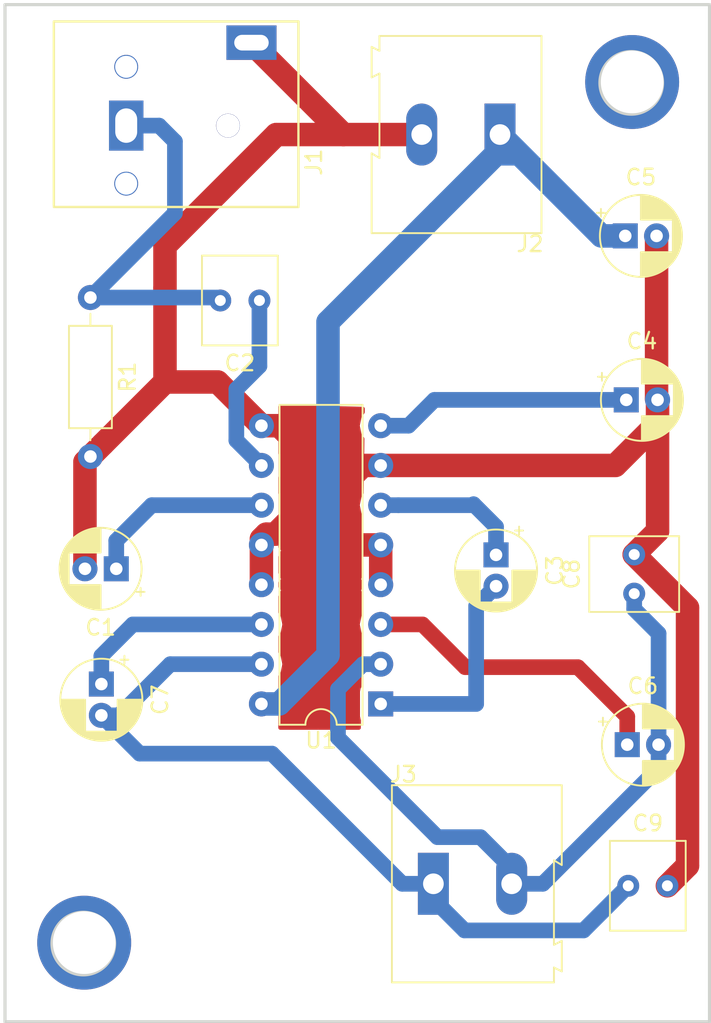
<source format=kicad_pcb>
(kicad_pcb (version 20171130) (host pcbnew 5.0.2-5.fc29)

  (general
    (thickness 1.6)
    (drawings 6)
    (tracks 104)
    (zones 0)
    (modules 16)
    (nets 13)
  )

  (page A4)
  (title_block
    (title "PCB TEA2025b audio amplifier")
    (date 2019-02-28)
    (rev v1.0)
    (company "mgr inż. Paweł Sobótka")
  )

  (layers
    (0 F.Cu power)
    (31 B.Cu signal)
    (33 F.Adhes user)
    (35 F.Paste user)
    (37 F.SilkS user)
    (39 F.Mask user)
    (40 Dwgs.User user)
    (41 Cmts.User user)
    (42 Eco1.User user)
    (43 Eco2.User user)
    (44 Edge.Cuts user)
    (45 Margin user)
    (46 B.CrtYd user)
    (47 F.CrtYd user)
    (49 F.Fab user)
  )

  (setup
    (last_trace_width 0.25)
    (trace_clearance 0.2)
    (zone_clearance 0.508)
    (zone_45_only no)
    (trace_min 0.2)
    (segment_width 0.2)
    (edge_width 0.15)
    (via_size 0.8)
    (via_drill 0.4)
    (via_min_size 0.4)
    (via_min_drill 0.3)
    (uvia_size 0.3)
    (uvia_drill 0.1)
    (uvias_allowed no)
    (uvia_min_size 0.2)
    (uvia_min_drill 0.1)
    (pcb_text_width 0.3)
    (pcb_text_size 1.5 1.5)
    (mod_edge_width 0.15)
    (mod_text_size 1 1)
    (mod_text_width 0.15)
    (pad_size 6 6)
    (pad_drill 4)
    (pad_to_mask_clearance 0.051)
    (solder_mask_min_width 0.25)
    (aux_axis_origin 126.619 126.238)
    (grid_origin 126.619 126.1745)
    (visible_elements FFFFFF7F)
    (pcbplotparams
      (layerselection 0x210a8_ffffffff)
      (usegerberextensions false)
      (usegerberattributes false)
      (usegerberadvancedattributes false)
      (creategerberjobfile false)
      (excludeedgelayer true)
      (linewidth 0.200000)
      (plotframeref false)
      (viasonmask false)
      (mode 1)
      (useauxorigin false)
      (hpglpennumber 1)
      (hpglpenspeed 20)
      (hpglpendiameter 15.000000)
      (psnegative false)
      (psa4output false)
      (plotreference true)
      (plotvalue true)
      (plotinvisibletext false)
      (padsonsilk false)
      (subtractmaskfromsilk false)
      (outputformat 1)
      (mirror false)
      (drillshape 0)
      (scaleselection 1)
      (outputdirectory "svg/"))
  )

  (net 0 "")
  (net 1 GND)
  (net 2 "Net-(C1-Pad1)")
  (net 3 "Net-(C2-Pad1)")
  (net 4 "Net-(C2-Pad2)")
  (net 5 "Net-(C3-Pad1)")
  (net 6 "Net-(C3-Pad2)")
  (net 7 "Net-(C4-Pad1)")
  (net 8 "Net-(C5-Pad1)")
  (net 9 "Net-(C6-Pad2)")
  (net 10 "Net-(C6-Pad1)")
  (net 11 "Net-(C7-Pad2)")
  (net 12 "Net-(C7-Pad1)")

  (net_class Default "To jest domyślna klasa połączeń."
    (clearance 0.2)
    (trace_width 0.25)
    (via_dia 0.8)
    (via_drill 0.4)
    (uvia_dia 0.3)
    (uvia_drill 0.1)
  )

  (net_class gnd ""
    (clearance 0.3)
    (trace_width 1.5)
    (via_dia 0.8)
    (via_drill 0.4)
    (uvia_dia 0.3)
    (uvia_drill 0.1)
    (add_net GND)
  )

  (net_class power ""
    (clearance 0.3)
    (trace_width 1.5)
    (via_dia 0.8)
    (via_drill 0.4)
    (uvia_dia 0.3)
    (uvia_drill 0.1)
    (add_net "Net-(C5-Pad1)")
  )

  (net_class signal ""
    (clearance 0.3)
    (trace_width 1)
    (via_dia 0.8)
    (via_drill 0.4)
    (uvia_dia 0.3)
    (uvia_drill 0.1)
    (add_net "Net-(C1-Pad1)")
    (add_net "Net-(C2-Pad1)")
    (add_net "Net-(C2-Pad2)")
    (add_net "Net-(C3-Pad1)")
    (add_net "Net-(C3-Pad2)")
    (add_net "Net-(C4-Pad1)")
    (add_net "Net-(C6-Pad1)")
    (add_net "Net-(C6-Pad2)")
    (add_net "Net-(C7-Pad1)")
    (add_net "Net-(C7-Pad2)")
  )

  (module tea2025b-lib:TerminalBlock_Altech_AK300-2_P5.00mm (layer F.Cu) (tedit 5C827A5E) (tstamp 5C83D88A)
    (at 153.924 117.4115)
    (descr "Altech AK300 terminal block, pitch 5.0mm, 45 degree angled, see http://www.mouser.com/ds/2/16/PCBMETRC-24178.pdf")
    (tags "Altech AK300 terminal block pitch 5.0mm")
    (path /5C76F4BA)
    (fp_text reference J3 (at -1.92 -6.99) (layer F.SilkS)
      (effects (font (size 1 1) (thickness 0.15)))
    )
    (fp_text value "speaker output" (at 2.78 7.75) (layer F.Fab)
      (effects (font (size 1 1) (thickness 0.15)))
    )
    (fp_arc (start -1.13 -4.65) (end -1.42 -4.13) (angle 104.2) (layer F.Fab) (width 0.1))
    (fp_arc (start -0.01 -3.71) (end -1.62 -5) (angle 100) (layer F.Fab) (width 0.1))
    (fp_arc (start 0.06 -6.07) (end 1.53 -4.12) (angle 75.5) (layer F.Fab) (width 0.1))
    (fp_arc (start 1.03 -4.59) (end 1.53 -5.05) (angle 90.5) (layer F.Fab) (width 0.1))
    (fp_arc (start 3.87 -4.65) (end 3.58 -4.13) (angle 104.2) (layer F.Fab) (width 0.1))
    (fp_arc (start 4.99 -3.71) (end 3.39 -5) (angle 100) (layer F.Fab) (width 0.1))
    (fp_arc (start 5.07 -6.07) (end 6.53 -4.12) (angle 75.5) (layer F.Fab) (width 0.1))
    (fp_arc (start 6.03 -4.59) (end 6.54 -5.05) (angle 90.5) (layer F.Fab) (width 0.1))
    (fp_line (start 8.36 6.47) (end -2.83 6.47) (layer F.CrtYd) (width 0.05))
    (fp_line (start 8.36 6.47) (end 8.36 -6.47) (layer F.CrtYd) (width 0.05))
    (fp_line (start -2.83 -6.47) (end -2.83 6.47) (layer F.CrtYd) (width 0.05))
    (fp_line (start -2.83 -6.47) (end 8.36 -6.47) (layer F.CrtYd) (width 0.05))
    (fp_line (start 3.36 -0.25) (end 6.67 -0.25) (layer F.Fab) (width 0.1))
    (fp_line (start 2.98 -0.25) (end 3.36 -0.25) (layer F.Fab) (width 0.1))
    (fp_line (start 7.05 -0.25) (end 6.67 -0.25) (layer F.Fab) (width 0.1))
    (fp_line (start 6.67 -0.64) (end 3.36 -0.64) (layer F.Fab) (width 0.1))
    (fp_line (start 7.61 -0.64) (end 6.67 -0.64) (layer F.Fab) (width 0.1))
    (fp_line (start 1.66 -0.64) (end 3.36 -0.64) (layer F.Fab) (width 0.1))
    (fp_line (start -1.64 -0.64) (end 1.66 -0.64) (layer F.Fab) (width 0.1))
    (fp_line (start -2.58 -0.64) (end -1.64 -0.64) (layer F.Fab) (width 0.1))
    (fp_line (start 1.66 -0.25) (end -1.64 -0.25) (layer F.Fab) (width 0.1))
    (fp_line (start 2.04 -0.25) (end 1.66 -0.25) (layer F.Fab) (width 0.1))
    (fp_line (start -2.02 -0.25) (end -1.64 -0.25) (layer F.Fab) (width 0.1))
    (fp_line (start -1.49 -4.32) (end 1.56 -4.95) (layer F.Fab) (width 0.1))
    (fp_line (start -1.62 -4.45) (end 1.44 -5.08) (layer F.Fab) (width 0.1))
    (fp_line (start 3.52 -4.32) (end 6.56 -4.95) (layer F.Fab) (width 0.1))
    (fp_line (start 3.39 -4.45) (end 6.44 -5.08) (layer F.Fab) (width 0.1))
    (fp_line (start 2.04 -5.97) (end -2.02 -5.97) (layer F.Fab) (width 0.1))
    (fp_line (start -2.02 -3.43) (end -2.02 -5.97) (layer F.Fab) (width 0.1))
    (fp_line (start 2.04 -3.43) (end -2.02 -3.43) (layer F.Fab) (width 0.1))
    (fp_line (start 2.04 -3.43) (end 2.04 -5.97) (layer F.Fab) (width 0.1))
    (fp_line (start 7.05 -3.43) (end 2.98 -3.43) (layer F.Fab) (width 0.1))
    (fp_line (start 7.05 -5.97) (end 7.05 -3.43) (layer F.Fab) (width 0.1))
    (fp_line (start 2.98 -5.97) (end 7.05 -5.97) (layer F.Fab) (width 0.1))
    (fp_line (start 2.98 -3.43) (end 2.98 -5.97) (layer F.Fab) (width 0.1))
    (fp_line (start 7.61 -3.17) (end 7.61 -1.65) (layer F.Fab) (width 0.1))
    (fp_line (start -2.58 -3.17) (end -2.58 -6.22) (layer F.Fab) (width 0.1))
    (fp_line (start -2.58 -3.17) (end 7.61 -3.17) (layer F.Fab) (width 0.1))
    (fp_line (start 7.61 -0.64) (end 7.61 4.06) (layer F.Fab) (width 0.1))
    (fp_line (start 7.61 -1.65) (end 7.61 -0.64) (layer F.Fab) (width 0.1))
    (fp_line (start -2.58 -0.64) (end -2.58 -3.17) (layer F.Fab) (width 0.1))
    (fp_line (start -2.58 6.22) (end -2.58 -0.64) (layer F.Fab) (width 0.1))
    (fp_line (start 6.67 0.51) (end 6.28 0.51) (layer F.Fab) (width 0.1))
    (fp_line (start 3.36 0.51) (end 3.74 0.51) (layer F.Fab) (width 0.1))
    (fp_line (start 1.66 0.51) (end 1.28 0.51) (layer F.Fab) (width 0.1))
    (fp_line (start -1.64 0.51) (end -1.26 0.51) (layer F.Fab) (width 0.1))
    (fp_line (start -1.64 3.68) (end -1.64 0.51) (layer F.Fab) (width 0.1))
    (fp_line (start 1.66 3.68) (end -1.64 3.68) (layer F.Fab) (width 0.1))
    (fp_line (start 1.66 3.68) (end 1.66 0.51) (layer F.Fab) (width 0.1))
    (fp_line (start 3.36 3.68) (end 3.36 0.51) (layer F.Fab) (width 0.1))
    (fp_line (start 6.67 3.68) (end 3.36 3.68) (layer F.Fab) (width 0.1))
    (fp_line (start 6.67 3.68) (end 6.67 0.51) (layer F.Fab) (width 0.1))
    (fp_line (start -2.02 4.32) (end -2.02 6.22) (layer F.Fab) (width 0.1))
    (fp_line (start 2.04 4.32) (end 2.04 -0.25) (layer F.Fab) (width 0.1))
    (fp_line (start 2.04 4.32) (end -2.02 4.32) (layer F.Fab) (width 0.1))
    (fp_line (start 7.05 4.32) (end 7.05 6.22) (layer F.Fab) (width 0.1))
    (fp_line (start 2.98 4.32) (end 2.98 -0.25) (layer F.Fab) (width 0.1))
    (fp_line (start 2.98 4.32) (end 7.05 4.32) (layer F.Fab) (width 0.1))
    (fp_line (start -2.02 6.22) (end 2.04 6.22) (layer F.Fab) (width 0.1))
    (fp_line (start -2.58 6.22) (end -2.02 6.22) (layer F.Fab) (width 0.1))
    (fp_line (start -2.02 -0.25) (end -2.02 4.32) (layer F.Fab) (width 0.1))
    (fp_line (start 2.04 6.22) (end 2.98 6.22) (layer F.Fab) (width 0.1))
    (fp_line (start 2.04 6.22) (end 2.04 4.32) (layer F.Fab) (width 0.1))
    (fp_line (start 7.05 6.22) (end 7.61 6.22) (layer F.Fab) (width 0.1))
    (fp_line (start 2.98 6.22) (end 7.05 6.22) (layer F.Fab) (width 0.1))
    (fp_line (start 7.05 -0.25) (end 7.05 4.32) (layer F.Fab) (width 0.1))
    (fp_line (start 2.98 6.22) (end 2.98 4.32) (layer F.Fab) (width 0.1))
    (fp_line (start 8.11 3.81) (end 8.11 5.46) (layer F.Fab) (width 0.1))
    (fp_line (start 7.61 4.06) (end 7.61 5.21) (layer F.Fab) (width 0.1))
    (fp_line (start 8.11 3.81) (end 7.61 4.06) (layer F.Fab) (width 0.1))
    (fp_line (start 7.61 5.21) (end 7.61 6.22) (layer F.Fab) (width 0.1))
    (fp_line (start 8.11 5.46) (end 7.61 5.21) (layer F.Fab) (width 0.1))
    (fp_line (start 8.11 -1.4) (end 7.61 -1.65) (layer F.Fab) (width 0.1))
    (fp_line (start 8.11 -6.22) (end 8.11 -1.4) (layer F.Fab) (width 0.1))
    (fp_line (start 7.61 -6.22) (end 8.11 -6.22) (layer F.Fab) (width 0.1))
    (fp_line (start 7.61 -6.22) (end -2.58 -6.22) (layer F.Fab) (width 0.1))
    (fp_line (start 7.61 -6.22) (end 7.61 -3.17) (layer F.Fab) (width 0.1))
    (fp_line (start 3.74 2.54) (end 3.74 -0.25) (layer F.Fab) (width 0.1))
    (fp_line (start 3.74 -0.25) (end 6.28 -0.25) (layer F.Fab) (width 0.1))
    (fp_line (start 6.28 2.54) (end 6.28 -0.25) (layer F.Fab) (width 0.1))
    (fp_line (start 3.74 2.54) (end 6.28 2.54) (layer F.Fab) (width 0.1))
    (fp_line (start -1.26 2.54) (end -1.26 -0.25) (layer F.Fab) (width 0.1))
    (fp_line (start -1.26 -0.25) (end 1.28 -0.25) (layer F.Fab) (width 0.1))
    (fp_line (start 1.28 2.54) (end 1.28 -0.25) (layer F.Fab) (width 0.1))
    (fp_line (start -1.26 2.54) (end 1.28 2.54) (layer F.Fab) (width 0.1))
    (fp_line (start 8.2 -6.3) (end -2.65 -6.3) (layer F.SilkS) (width 0.12))
    (fp_line (start 8.2 -1.2) (end 8.2 -6.3) (layer F.SilkS) (width 0.12))
    (fp_line (start 7.7 -1.5) (end 8.2 -1.2) (layer F.SilkS) (width 0.12))
    (fp_line (start 7.7 3.9) (end 7.7 -1.5) (layer F.SilkS) (width 0.12))
    (fp_line (start 8.2 3.65) (end 7.7 3.9) (layer F.SilkS) (width 0.12))
    (fp_line (start 8.2 3.7) (end 8.2 3.65) (layer F.SilkS) (width 0.12))
    (fp_line (start 8.2 5.6) (end 8.2 3.7) (layer F.SilkS) (width 0.12))
    (fp_line (start 7.7 5.35) (end 8.2 5.6) (layer F.SilkS) (width 0.12))
    (fp_line (start 7.7 6.3) (end 7.7 5.35) (layer F.SilkS) (width 0.12))
    (fp_line (start -2.65 6.3) (end 7.7 6.3) (layer F.SilkS) (width 0.12))
    (fp_line (start -2.65 -6.3) (end -2.65 6.3) (layer F.SilkS) (width 0.12))
    (fp_text user %R (at 2.5 -2) (layer F.Fab)
      (effects (font (size 1 1) (thickness 0.15)))
    )
    (pad 2 thru_hole oval (at 5 0) (size 1.98 3.96) (drill 1.32) (layers *.Cu *.Mask)
      (net 9 "Net-(C6-Pad2)"))
    (pad 1 thru_hole rect (at 0 0) (size 1.98 3.96) (drill 1.32) (layers *.Cu *.Mask)
      (net 11 "Net-(C7-Pad2)"))
    (model ${KISYS3DMOD}/TerminalBlock.3dshapes/TerminalBlock_Altech_AK300-2_P5.00mm.wrl
      (at (xyz 0 0 0))
      (scale (xyz 1 1 1))
      (rotate (xyz 0 0 0))
    )
    (model /home/majsterklepka/Dokumenty/3d/terminal-2.step
      (offset (xyz -2.5 0 0))
      (scale (xyz 1 1 1))
      (rotate (xyz 0 0 0))
    )
  )

  (module tea2025b-lib:TerminalBlock_Altech_AK300-2_P5.00mm (layer F.Cu) (tedit 5C827A5E) (tstamp 5C83D824)
    (at 158.1785 69.5325 180)
    (descr "Altech AK300 terminal block, pitch 5.0mm, 45 degree angled, see http://www.mouser.com/ds/2/16/PCBMETRC-24178.pdf")
    (tags "Altech AK300 terminal block pitch 5.0mm")
    (path /5C76F527)
    (fp_text reference J2 (at -1.92 -6.99 180) (layer F.SilkS)
      (effects (font (size 1 1) (thickness 0.15)))
    )
    (fp_text value "power +16V" (at 2.78 7.75 180) (layer F.Fab)
      (effects (font (size 1 1) (thickness 0.15)))
    )
    (fp_text user %R (at 2.5 -2 180) (layer F.Fab)
      (effects (font (size 1 1) (thickness 0.15)))
    )
    (fp_line (start -2.65 -6.3) (end -2.65 6.3) (layer F.SilkS) (width 0.12))
    (fp_line (start -2.65 6.3) (end 7.7 6.3) (layer F.SilkS) (width 0.12))
    (fp_line (start 7.7 6.3) (end 7.7 5.35) (layer F.SilkS) (width 0.12))
    (fp_line (start 7.7 5.35) (end 8.2 5.6) (layer F.SilkS) (width 0.12))
    (fp_line (start 8.2 5.6) (end 8.2 3.7) (layer F.SilkS) (width 0.12))
    (fp_line (start 8.2 3.7) (end 8.2 3.65) (layer F.SilkS) (width 0.12))
    (fp_line (start 8.2 3.65) (end 7.7 3.9) (layer F.SilkS) (width 0.12))
    (fp_line (start 7.7 3.9) (end 7.7 -1.5) (layer F.SilkS) (width 0.12))
    (fp_line (start 7.7 -1.5) (end 8.2 -1.2) (layer F.SilkS) (width 0.12))
    (fp_line (start 8.2 -1.2) (end 8.2 -6.3) (layer F.SilkS) (width 0.12))
    (fp_line (start 8.2 -6.3) (end -2.65 -6.3) (layer F.SilkS) (width 0.12))
    (fp_line (start -1.26 2.54) (end 1.28 2.54) (layer F.Fab) (width 0.1))
    (fp_line (start 1.28 2.54) (end 1.28 -0.25) (layer F.Fab) (width 0.1))
    (fp_line (start -1.26 -0.25) (end 1.28 -0.25) (layer F.Fab) (width 0.1))
    (fp_line (start -1.26 2.54) (end -1.26 -0.25) (layer F.Fab) (width 0.1))
    (fp_line (start 3.74 2.54) (end 6.28 2.54) (layer F.Fab) (width 0.1))
    (fp_line (start 6.28 2.54) (end 6.28 -0.25) (layer F.Fab) (width 0.1))
    (fp_line (start 3.74 -0.25) (end 6.28 -0.25) (layer F.Fab) (width 0.1))
    (fp_line (start 3.74 2.54) (end 3.74 -0.25) (layer F.Fab) (width 0.1))
    (fp_line (start 7.61 -6.22) (end 7.61 -3.17) (layer F.Fab) (width 0.1))
    (fp_line (start 7.61 -6.22) (end -2.58 -6.22) (layer F.Fab) (width 0.1))
    (fp_line (start 7.61 -6.22) (end 8.11 -6.22) (layer F.Fab) (width 0.1))
    (fp_line (start 8.11 -6.22) (end 8.11 -1.4) (layer F.Fab) (width 0.1))
    (fp_line (start 8.11 -1.4) (end 7.61 -1.65) (layer F.Fab) (width 0.1))
    (fp_line (start 8.11 5.46) (end 7.61 5.21) (layer F.Fab) (width 0.1))
    (fp_line (start 7.61 5.21) (end 7.61 6.22) (layer F.Fab) (width 0.1))
    (fp_line (start 8.11 3.81) (end 7.61 4.06) (layer F.Fab) (width 0.1))
    (fp_line (start 7.61 4.06) (end 7.61 5.21) (layer F.Fab) (width 0.1))
    (fp_line (start 8.11 3.81) (end 8.11 5.46) (layer F.Fab) (width 0.1))
    (fp_line (start 2.98 6.22) (end 2.98 4.32) (layer F.Fab) (width 0.1))
    (fp_line (start 7.05 -0.25) (end 7.05 4.32) (layer F.Fab) (width 0.1))
    (fp_line (start 2.98 6.22) (end 7.05 6.22) (layer F.Fab) (width 0.1))
    (fp_line (start 7.05 6.22) (end 7.61 6.22) (layer F.Fab) (width 0.1))
    (fp_line (start 2.04 6.22) (end 2.04 4.32) (layer F.Fab) (width 0.1))
    (fp_line (start 2.04 6.22) (end 2.98 6.22) (layer F.Fab) (width 0.1))
    (fp_line (start -2.02 -0.25) (end -2.02 4.32) (layer F.Fab) (width 0.1))
    (fp_line (start -2.58 6.22) (end -2.02 6.22) (layer F.Fab) (width 0.1))
    (fp_line (start -2.02 6.22) (end 2.04 6.22) (layer F.Fab) (width 0.1))
    (fp_line (start 2.98 4.32) (end 7.05 4.32) (layer F.Fab) (width 0.1))
    (fp_line (start 2.98 4.32) (end 2.98 -0.25) (layer F.Fab) (width 0.1))
    (fp_line (start 7.05 4.32) (end 7.05 6.22) (layer F.Fab) (width 0.1))
    (fp_line (start 2.04 4.32) (end -2.02 4.32) (layer F.Fab) (width 0.1))
    (fp_line (start 2.04 4.32) (end 2.04 -0.25) (layer F.Fab) (width 0.1))
    (fp_line (start -2.02 4.32) (end -2.02 6.22) (layer F.Fab) (width 0.1))
    (fp_line (start 6.67 3.68) (end 6.67 0.51) (layer F.Fab) (width 0.1))
    (fp_line (start 6.67 3.68) (end 3.36 3.68) (layer F.Fab) (width 0.1))
    (fp_line (start 3.36 3.68) (end 3.36 0.51) (layer F.Fab) (width 0.1))
    (fp_line (start 1.66 3.68) (end 1.66 0.51) (layer F.Fab) (width 0.1))
    (fp_line (start 1.66 3.68) (end -1.64 3.68) (layer F.Fab) (width 0.1))
    (fp_line (start -1.64 3.68) (end -1.64 0.51) (layer F.Fab) (width 0.1))
    (fp_line (start -1.64 0.51) (end -1.26 0.51) (layer F.Fab) (width 0.1))
    (fp_line (start 1.66 0.51) (end 1.28 0.51) (layer F.Fab) (width 0.1))
    (fp_line (start 3.36 0.51) (end 3.74 0.51) (layer F.Fab) (width 0.1))
    (fp_line (start 6.67 0.51) (end 6.28 0.51) (layer F.Fab) (width 0.1))
    (fp_line (start -2.58 6.22) (end -2.58 -0.64) (layer F.Fab) (width 0.1))
    (fp_line (start -2.58 -0.64) (end -2.58 -3.17) (layer F.Fab) (width 0.1))
    (fp_line (start 7.61 -1.65) (end 7.61 -0.64) (layer F.Fab) (width 0.1))
    (fp_line (start 7.61 -0.64) (end 7.61 4.06) (layer F.Fab) (width 0.1))
    (fp_line (start -2.58 -3.17) (end 7.61 -3.17) (layer F.Fab) (width 0.1))
    (fp_line (start -2.58 -3.17) (end -2.58 -6.22) (layer F.Fab) (width 0.1))
    (fp_line (start 7.61 -3.17) (end 7.61 -1.65) (layer F.Fab) (width 0.1))
    (fp_line (start 2.98 -3.43) (end 2.98 -5.97) (layer F.Fab) (width 0.1))
    (fp_line (start 2.98 -5.97) (end 7.05 -5.97) (layer F.Fab) (width 0.1))
    (fp_line (start 7.05 -5.97) (end 7.05 -3.43) (layer F.Fab) (width 0.1))
    (fp_line (start 7.05 -3.43) (end 2.98 -3.43) (layer F.Fab) (width 0.1))
    (fp_line (start 2.04 -3.43) (end 2.04 -5.97) (layer F.Fab) (width 0.1))
    (fp_line (start 2.04 -3.43) (end -2.02 -3.43) (layer F.Fab) (width 0.1))
    (fp_line (start -2.02 -3.43) (end -2.02 -5.97) (layer F.Fab) (width 0.1))
    (fp_line (start 2.04 -5.97) (end -2.02 -5.97) (layer F.Fab) (width 0.1))
    (fp_line (start 3.39 -4.45) (end 6.44 -5.08) (layer F.Fab) (width 0.1))
    (fp_line (start 3.52 -4.32) (end 6.56 -4.95) (layer F.Fab) (width 0.1))
    (fp_line (start -1.62 -4.45) (end 1.44 -5.08) (layer F.Fab) (width 0.1))
    (fp_line (start -1.49 -4.32) (end 1.56 -4.95) (layer F.Fab) (width 0.1))
    (fp_line (start -2.02 -0.25) (end -1.64 -0.25) (layer F.Fab) (width 0.1))
    (fp_line (start 2.04 -0.25) (end 1.66 -0.25) (layer F.Fab) (width 0.1))
    (fp_line (start 1.66 -0.25) (end -1.64 -0.25) (layer F.Fab) (width 0.1))
    (fp_line (start -2.58 -0.64) (end -1.64 -0.64) (layer F.Fab) (width 0.1))
    (fp_line (start -1.64 -0.64) (end 1.66 -0.64) (layer F.Fab) (width 0.1))
    (fp_line (start 1.66 -0.64) (end 3.36 -0.64) (layer F.Fab) (width 0.1))
    (fp_line (start 7.61 -0.64) (end 6.67 -0.64) (layer F.Fab) (width 0.1))
    (fp_line (start 6.67 -0.64) (end 3.36 -0.64) (layer F.Fab) (width 0.1))
    (fp_line (start 7.05 -0.25) (end 6.67 -0.25) (layer F.Fab) (width 0.1))
    (fp_line (start 2.98 -0.25) (end 3.36 -0.25) (layer F.Fab) (width 0.1))
    (fp_line (start 3.36 -0.25) (end 6.67 -0.25) (layer F.Fab) (width 0.1))
    (fp_line (start -2.83 -6.47) (end 8.36 -6.47) (layer F.CrtYd) (width 0.05))
    (fp_line (start -2.83 -6.47) (end -2.83 6.47) (layer F.CrtYd) (width 0.05))
    (fp_line (start 8.36 6.47) (end 8.36 -6.47) (layer F.CrtYd) (width 0.05))
    (fp_line (start 8.36 6.47) (end -2.83 6.47) (layer F.CrtYd) (width 0.05))
    (fp_arc (start 6.03 -4.59) (end 6.54 -5.05) (angle 90.5) (layer F.Fab) (width 0.1))
    (fp_arc (start 5.07 -6.07) (end 6.53 -4.12) (angle 75.5) (layer F.Fab) (width 0.1))
    (fp_arc (start 4.99 -3.71) (end 3.39 -5) (angle 100) (layer F.Fab) (width 0.1))
    (fp_arc (start 3.87 -4.65) (end 3.58 -4.13) (angle 104.2) (layer F.Fab) (width 0.1))
    (fp_arc (start 1.03 -4.59) (end 1.53 -5.05) (angle 90.5) (layer F.Fab) (width 0.1))
    (fp_arc (start 0.06 -6.07) (end 1.53 -4.12) (angle 75.5) (layer F.Fab) (width 0.1))
    (fp_arc (start -0.01 -3.71) (end -1.62 -5) (angle 100) (layer F.Fab) (width 0.1))
    (fp_arc (start -1.13 -4.65) (end -1.42 -4.13) (angle 104.2) (layer F.Fab) (width 0.1))
    (pad 1 thru_hole rect (at 0 0 180) (size 1.98 3.96) (drill 1.32) (layers *.Cu *.Mask)
      (net 8 "Net-(C5-Pad1)"))
    (pad 2 thru_hole oval (at 5 0 180) (size 1.98 3.96) (drill 1.32) (layers *.Cu *.Mask)
      (net 1 GND))
    (model ${KISYS3DMOD}/TerminalBlock.3dshapes/TerminalBlock_Altech_AK300-2_P5.00mm.wrl
      (at (xyz 0 0 0))
      (scale (xyz 1 1 1))
      (rotate (xyz 0 0 0))
    )
    (model /home/majsterklepka/Dokumenty/3d/terminal-2.step
      (offset (xyz -2.5 0 0))
      (scale (xyz 1 1 1))
      (rotate (xyz 0 0 0))
    )
  )

  (module tea2025b-lib:rca_1x01 (layer F.Cu) (tedit 5C7A95CD) (tstamp 5C83D811)
    (at 134.3025 68.961 90)
    (tags "cinch, rca")
    (path /5C776228)
    (fp_text reference J1 (at -2.3368 11.9888 90) (layer F.SilkS)
      (effects (font (size 1 1) (thickness 0.15)))
    )
    (fp_text value "audio input linear" (at -0.127 -7.2136 90) (layer F.Fab)
      (effects (font (size 1 1) (thickness 0.15)))
    )
    (fp_circle (center 3.75 0) (end 4.45 0) (layer F.Fab) (width 0.15))
    (fp_circle (center -3.75 0) (end -3.05 0) (layer F.Fab) (width 0.15))
    (fp_circle (center 0 6.5) (end 0.7 6.5) (layer F.Fab) (width 0.15))
    (fp_line (start -5 -4.35) (end 5.15 -4.35) (layer F.Fab) (width 0.15))
    (fp_line (start -5 10) (end 5.15 10) (layer F.Fab) (width 0.15))
    (fp_line (start -5 -4.3688) (end -5 9.9568) (layer F.Fab) (width 0.15))
    (fp_line (start 5.2 -4.3688) (end 5.2 10.0076) (layer F.Fab) (width 0.15))
    (fp_line (start -5.1 -4.6228) (end 6.6 -4.6228) (layer F.SilkS) (width 0.15))
    (fp_line (start 6.6548 -4.6228) (end 6.6548 11) (layer F.SilkS) (width 0.15))
    (fp_line (start 6.662 11) (end -5.1 11) (layer F.SilkS) (width 0.15))
    (fp_line (start -5.2 11) (end -5.2 -4.6228) (layer F.SilkS) (width 0.15))
    (pad 1 thru_hole rect (at 0 0 90) (size 3.2 2.2) (drill oval 2.2 1.4) (layers *.Cu *.Mask)
      (net 4 "Net-(C2-Pad2)"))
    (pad 2 thru_hole rect (at 5.3 8 180) (size 3.2 2.2) (drill oval 2.2 1) (layers *.Cu *.Mask)
      (net 1 GND))
    (pad "" np_thru_hole circle (at -3.7084 0 90) (size 1.524 1.524) (drill 1.4) (layers *.Cu *.Mask))
    (pad "" np_thru_hole circle (at 0 6.5024 90) (size 1.524 1.524) (drill 1.5) (layers *.Cu *.Mask))
    (pad "" np_thru_hole circle (at 3.7592 0 90) (size 1.524 1.524) (drill 1.4) (layers *.Cu *.Mask))
    (model /home/majsterklepka/Dokumenty/3d/rca1-03.step
      (offset (xyz 5 4 0))
      (scale (xyz 1 1 1))
      (rotate (xyz 0 0 180))
    )
  )

  (module Capacitor_THT:C_Rect_L4.6mm_W5.5mm_P2.50mm_MKS02_FKP02 (layer F.Cu) (tedit 5AE50EF0) (tstamp 5C83FF50)
    (at 142.8115 80.137 180)
    (descr "C, Rect series, Radial, pin pitch=2.50mm, , length*width=4.6*5.5mm^2, Capacitor, http://www.wima.de/DE/WIMA_MKS_02.pdf")
    (tags "C Rect series Radial pin pitch 2.50mm  length 4.6mm width 5.5mm Capacitor")
    (path /5C76D9DF)
    (fp_text reference C2 (at 1.25 -4 180) (layer F.SilkS)
      (effects (font (size 1 1) (thickness 0.15)))
    )
    (fp_text value 0.22u (at 1.25 4 180) (layer F.Fab)
      (effects (font (size 1 1) (thickness 0.15)))
    )
    (fp_text user %R (at 1.25 0 180) (layer F.Fab)
      (effects (font (size 0.92 0.92) (thickness 0.138)))
    )
    (fp_line (start 3.8 -3) (end -1.3 -3) (layer F.CrtYd) (width 0.05))
    (fp_line (start 3.8 3) (end 3.8 -3) (layer F.CrtYd) (width 0.05))
    (fp_line (start -1.3 3) (end 3.8 3) (layer F.CrtYd) (width 0.05))
    (fp_line (start -1.3 -3) (end -1.3 3) (layer F.CrtYd) (width 0.05))
    (fp_line (start 3.67 -2.87) (end 3.67 2.87) (layer F.SilkS) (width 0.12))
    (fp_line (start -1.17 -2.87) (end -1.17 2.87) (layer F.SilkS) (width 0.12))
    (fp_line (start -1.17 2.87) (end 3.67 2.87) (layer F.SilkS) (width 0.12))
    (fp_line (start -1.17 -2.87) (end 3.67 -2.87) (layer F.SilkS) (width 0.12))
    (fp_line (start 3.55 -2.75) (end -1.05 -2.75) (layer F.Fab) (width 0.1))
    (fp_line (start 3.55 2.75) (end 3.55 -2.75) (layer F.Fab) (width 0.1))
    (fp_line (start -1.05 2.75) (end 3.55 2.75) (layer F.Fab) (width 0.1))
    (fp_line (start -1.05 -2.75) (end -1.05 2.75) (layer F.Fab) (width 0.1))
    (pad 2 thru_hole circle (at 2.5 0 180) (size 1.4 1.4) (drill 0.7) (layers *.Cu *.Mask)
      (net 4 "Net-(C2-Pad2)"))
    (pad 1 thru_hole circle (at 0 0 180) (size 1.4 1.4) (drill 0.7) (layers *.Cu *.Mask)
      (net 3 "Net-(C2-Pad1)"))
    (model ${KISYS3DMOD}/Capacitor_THT.3dshapes/C_Rect_L4.6mm_W5.5mm_P2.50mm_MKS02_FKP02.wrl
      (at (xyz 0 0 0))
      (scale (xyz 1 1 1))
      (rotate (xyz 0 0 0))
    )
  )

  (module Capacitor_THT:CP_Radial_D5.0mm_P2.00mm (layer F.Cu) (tedit 5AE50EF0) (tstamp 5C77DDD7)
    (at 132.715 104.648 270)
    (descr "CP, Radial series, Radial, pin pitch=2.00mm, , diameter=5mm, Electrolytic Capacitor")
    (tags "CP Radial series Radial pin pitch 2.00mm  diameter 5mm Electrolytic Capacitor")
    (path /5C775D5C)
    (fp_text reference C7 (at 1 -3.75 270) (layer F.SilkS)
      (effects (font (size 1 1) (thickness 0.15)))
    )
    (fp_text value 100u (at 1 3.75 270) (layer F.Fab)
      (effects (font (size 1 1) (thickness 0.15)))
    )
    (fp_text user %R (at 1 0 270) (layer F.Fab)
      (effects (font (size 1 1) (thickness 0.15)))
    )
    (fp_line (start -1.554775 -1.725) (end -1.554775 -1.225) (layer F.SilkS) (width 0.12))
    (fp_line (start -1.804775 -1.475) (end -1.304775 -1.475) (layer F.SilkS) (width 0.12))
    (fp_line (start 3.601 -0.284) (end 3.601 0.284) (layer F.SilkS) (width 0.12))
    (fp_line (start 3.561 -0.518) (end 3.561 0.518) (layer F.SilkS) (width 0.12))
    (fp_line (start 3.521 -0.677) (end 3.521 0.677) (layer F.SilkS) (width 0.12))
    (fp_line (start 3.481 -0.805) (end 3.481 0.805) (layer F.SilkS) (width 0.12))
    (fp_line (start 3.441 -0.915) (end 3.441 0.915) (layer F.SilkS) (width 0.12))
    (fp_line (start 3.401 -1.011) (end 3.401 1.011) (layer F.SilkS) (width 0.12))
    (fp_line (start 3.361 -1.098) (end 3.361 1.098) (layer F.SilkS) (width 0.12))
    (fp_line (start 3.321 -1.178) (end 3.321 1.178) (layer F.SilkS) (width 0.12))
    (fp_line (start 3.281 -1.251) (end 3.281 1.251) (layer F.SilkS) (width 0.12))
    (fp_line (start 3.241 -1.319) (end 3.241 1.319) (layer F.SilkS) (width 0.12))
    (fp_line (start 3.201 -1.383) (end 3.201 1.383) (layer F.SilkS) (width 0.12))
    (fp_line (start 3.161 -1.443) (end 3.161 1.443) (layer F.SilkS) (width 0.12))
    (fp_line (start 3.121 -1.5) (end 3.121 1.5) (layer F.SilkS) (width 0.12))
    (fp_line (start 3.081 -1.554) (end 3.081 1.554) (layer F.SilkS) (width 0.12))
    (fp_line (start 3.041 -1.605) (end 3.041 1.605) (layer F.SilkS) (width 0.12))
    (fp_line (start 3.001 1.04) (end 3.001 1.653) (layer F.SilkS) (width 0.12))
    (fp_line (start 3.001 -1.653) (end 3.001 -1.04) (layer F.SilkS) (width 0.12))
    (fp_line (start 2.961 1.04) (end 2.961 1.699) (layer F.SilkS) (width 0.12))
    (fp_line (start 2.961 -1.699) (end 2.961 -1.04) (layer F.SilkS) (width 0.12))
    (fp_line (start 2.921 1.04) (end 2.921 1.743) (layer F.SilkS) (width 0.12))
    (fp_line (start 2.921 -1.743) (end 2.921 -1.04) (layer F.SilkS) (width 0.12))
    (fp_line (start 2.881 1.04) (end 2.881 1.785) (layer F.SilkS) (width 0.12))
    (fp_line (start 2.881 -1.785) (end 2.881 -1.04) (layer F.SilkS) (width 0.12))
    (fp_line (start 2.841 1.04) (end 2.841 1.826) (layer F.SilkS) (width 0.12))
    (fp_line (start 2.841 -1.826) (end 2.841 -1.04) (layer F.SilkS) (width 0.12))
    (fp_line (start 2.801 1.04) (end 2.801 1.864) (layer F.SilkS) (width 0.12))
    (fp_line (start 2.801 -1.864) (end 2.801 -1.04) (layer F.SilkS) (width 0.12))
    (fp_line (start 2.761 1.04) (end 2.761 1.901) (layer F.SilkS) (width 0.12))
    (fp_line (start 2.761 -1.901) (end 2.761 -1.04) (layer F.SilkS) (width 0.12))
    (fp_line (start 2.721 1.04) (end 2.721 1.937) (layer F.SilkS) (width 0.12))
    (fp_line (start 2.721 -1.937) (end 2.721 -1.04) (layer F.SilkS) (width 0.12))
    (fp_line (start 2.681 1.04) (end 2.681 1.971) (layer F.SilkS) (width 0.12))
    (fp_line (start 2.681 -1.971) (end 2.681 -1.04) (layer F.SilkS) (width 0.12))
    (fp_line (start 2.641 1.04) (end 2.641 2.004) (layer F.SilkS) (width 0.12))
    (fp_line (start 2.641 -2.004) (end 2.641 -1.04) (layer F.SilkS) (width 0.12))
    (fp_line (start 2.601 1.04) (end 2.601 2.035) (layer F.SilkS) (width 0.12))
    (fp_line (start 2.601 -2.035) (end 2.601 -1.04) (layer F.SilkS) (width 0.12))
    (fp_line (start 2.561 1.04) (end 2.561 2.065) (layer F.SilkS) (width 0.12))
    (fp_line (start 2.561 -2.065) (end 2.561 -1.04) (layer F.SilkS) (width 0.12))
    (fp_line (start 2.521 1.04) (end 2.521 2.095) (layer F.SilkS) (width 0.12))
    (fp_line (start 2.521 -2.095) (end 2.521 -1.04) (layer F.SilkS) (width 0.12))
    (fp_line (start 2.481 1.04) (end 2.481 2.122) (layer F.SilkS) (width 0.12))
    (fp_line (start 2.481 -2.122) (end 2.481 -1.04) (layer F.SilkS) (width 0.12))
    (fp_line (start 2.441 1.04) (end 2.441 2.149) (layer F.SilkS) (width 0.12))
    (fp_line (start 2.441 -2.149) (end 2.441 -1.04) (layer F.SilkS) (width 0.12))
    (fp_line (start 2.401 1.04) (end 2.401 2.175) (layer F.SilkS) (width 0.12))
    (fp_line (start 2.401 -2.175) (end 2.401 -1.04) (layer F.SilkS) (width 0.12))
    (fp_line (start 2.361 1.04) (end 2.361 2.2) (layer F.SilkS) (width 0.12))
    (fp_line (start 2.361 -2.2) (end 2.361 -1.04) (layer F.SilkS) (width 0.12))
    (fp_line (start 2.321 1.04) (end 2.321 2.224) (layer F.SilkS) (width 0.12))
    (fp_line (start 2.321 -2.224) (end 2.321 -1.04) (layer F.SilkS) (width 0.12))
    (fp_line (start 2.281 1.04) (end 2.281 2.247) (layer F.SilkS) (width 0.12))
    (fp_line (start 2.281 -2.247) (end 2.281 -1.04) (layer F.SilkS) (width 0.12))
    (fp_line (start 2.241 1.04) (end 2.241 2.268) (layer F.SilkS) (width 0.12))
    (fp_line (start 2.241 -2.268) (end 2.241 -1.04) (layer F.SilkS) (width 0.12))
    (fp_line (start 2.201 1.04) (end 2.201 2.29) (layer F.SilkS) (width 0.12))
    (fp_line (start 2.201 -2.29) (end 2.201 -1.04) (layer F.SilkS) (width 0.12))
    (fp_line (start 2.161 1.04) (end 2.161 2.31) (layer F.SilkS) (width 0.12))
    (fp_line (start 2.161 -2.31) (end 2.161 -1.04) (layer F.SilkS) (width 0.12))
    (fp_line (start 2.121 1.04) (end 2.121 2.329) (layer F.SilkS) (width 0.12))
    (fp_line (start 2.121 -2.329) (end 2.121 -1.04) (layer F.SilkS) (width 0.12))
    (fp_line (start 2.081 1.04) (end 2.081 2.348) (layer F.SilkS) (width 0.12))
    (fp_line (start 2.081 -2.348) (end 2.081 -1.04) (layer F.SilkS) (width 0.12))
    (fp_line (start 2.041 1.04) (end 2.041 2.365) (layer F.SilkS) (width 0.12))
    (fp_line (start 2.041 -2.365) (end 2.041 -1.04) (layer F.SilkS) (width 0.12))
    (fp_line (start 2.001 1.04) (end 2.001 2.382) (layer F.SilkS) (width 0.12))
    (fp_line (start 2.001 -2.382) (end 2.001 -1.04) (layer F.SilkS) (width 0.12))
    (fp_line (start 1.961 1.04) (end 1.961 2.398) (layer F.SilkS) (width 0.12))
    (fp_line (start 1.961 -2.398) (end 1.961 -1.04) (layer F.SilkS) (width 0.12))
    (fp_line (start 1.921 1.04) (end 1.921 2.414) (layer F.SilkS) (width 0.12))
    (fp_line (start 1.921 -2.414) (end 1.921 -1.04) (layer F.SilkS) (width 0.12))
    (fp_line (start 1.881 1.04) (end 1.881 2.428) (layer F.SilkS) (width 0.12))
    (fp_line (start 1.881 -2.428) (end 1.881 -1.04) (layer F.SilkS) (width 0.12))
    (fp_line (start 1.841 1.04) (end 1.841 2.442) (layer F.SilkS) (width 0.12))
    (fp_line (start 1.841 -2.442) (end 1.841 -1.04) (layer F.SilkS) (width 0.12))
    (fp_line (start 1.801 1.04) (end 1.801 2.455) (layer F.SilkS) (width 0.12))
    (fp_line (start 1.801 -2.455) (end 1.801 -1.04) (layer F.SilkS) (width 0.12))
    (fp_line (start 1.761 1.04) (end 1.761 2.468) (layer F.SilkS) (width 0.12))
    (fp_line (start 1.761 -2.468) (end 1.761 -1.04) (layer F.SilkS) (width 0.12))
    (fp_line (start 1.721 1.04) (end 1.721 2.48) (layer F.SilkS) (width 0.12))
    (fp_line (start 1.721 -2.48) (end 1.721 -1.04) (layer F.SilkS) (width 0.12))
    (fp_line (start 1.68 1.04) (end 1.68 2.491) (layer F.SilkS) (width 0.12))
    (fp_line (start 1.68 -2.491) (end 1.68 -1.04) (layer F.SilkS) (width 0.12))
    (fp_line (start 1.64 1.04) (end 1.64 2.501) (layer F.SilkS) (width 0.12))
    (fp_line (start 1.64 -2.501) (end 1.64 -1.04) (layer F.SilkS) (width 0.12))
    (fp_line (start 1.6 1.04) (end 1.6 2.511) (layer F.SilkS) (width 0.12))
    (fp_line (start 1.6 -2.511) (end 1.6 -1.04) (layer F.SilkS) (width 0.12))
    (fp_line (start 1.56 1.04) (end 1.56 2.52) (layer F.SilkS) (width 0.12))
    (fp_line (start 1.56 -2.52) (end 1.56 -1.04) (layer F.SilkS) (width 0.12))
    (fp_line (start 1.52 1.04) (end 1.52 2.528) (layer F.SilkS) (width 0.12))
    (fp_line (start 1.52 -2.528) (end 1.52 -1.04) (layer F.SilkS) (width 0.12))
    (fp_line (start 1.48 1.04) (end 1.48 2.536) (layer F.SilkS) (width 0.12))
    (fp_line (start 1.48 -2.536) (end 1.48 -1.04) (layer F.SilkS) (width 0.12))
    (fp_line (start 1.44 1.04) (end 1.44 2.543) (layer F.SilkS) (width 0.12))
    (fp_line (start 1.44 -2.543) (end 1.44 -1.04) (layer F.SilkS) (width 0.12))
    (fp_line (start 1.4 1.04) (end 1.4 2.55) (layer F.SilkS) (width 0.12))
    (fp_line (start 1.4 -2.55) (end 1.4 -1.04) (layer F.SilkS) (width 0.12))
    (fp_line (start 1.36 1.04) (end 1.36 2.556) (layer F.SilkS) (width 0.12))
    (fp_line (start 1.36 -2.556) (end 1.36 -1.04) (layer F.SilkS) (width 0.12))
    (fp_line (start 1.32 1.04) (end 1.32 2.561) (layer F.SilkS) (width 0.12))
    (fp_line (start 1.32 -2.561) (end 1.32 -1.04) (layer F.SilkS) (width 0.12))
    (fp_line (start 1.28 1.04) (end 1.28 2.565) (layer F.SilkS) (width 0.12))
    (fp_line (start 1.28 -2.565) (end 1.28 -1.04) (layer F.SilkS) (width 0.12))
    (fp_line (start 1.24 1.04) (end 1.24 2.569) (layer F.SilkS) (width 0.12))
    (fp_line (start 1.24 -2.569) (end 1.24 -1.04) (layer F.SilkS) (width 0.12))
    (fp_line (start 1.2 1.04) (end 1.2 2.573) (layer F.SilkS) (width 0.12))
    (fp_line (start 1.2 -2.573) (end 1.2 -1.04) (layer F.SilkS) (width 0.12))
    (fp_line (start 1.16 1.04) (end 1.16 2.576) (layer F.SilkS) (width 0.12))
    (fp_line (start 1.16 -2.576) (end 1.16 -1.04) (layer F.SilkS) (width 0.12))
    (fp_line (start 1.12 1.04) (end 1.12 2.578) (layer F.SilkS) (width 0.12))
    (fp_line (start 1.12 -2.578) (end 1.12 -1.04) (layer F.SilkS) (width 0.12))
    (fp_line (start 1.08 1.04) (end 1.08 2.579) (layer F.SilkS) (width 0.12))
    (fp_line (start 1.08 -2.579) (end 1.08 -1.04) (layer F.SilkS) (width 0.12))
    (fp_line (start 1.04 -2.58) (end 1.04 -1.04) (layer F.SilkS) (width 0.12))
    (fp_line (start 1.04 1.04) (end 1.04 2.58) (layer F.SilkS) (width 0.12))
    (fp_line (start 1 -2.58) (end 1 -1.04) (layer F.SilkS) (width 0.12))
    (fp_line (start 1 1.04) (end 1 2.58) (layer F.SilkS) (width 0.12))
    (fp_line (start -0.883605 -1.3375) (end -0.883605 -0.8375) (layer F.Fab) (width 0.1))
    (fp_line (start -1.133605 -1.0875) (end -0.633605 -1.0875) (layer F.Fab) (width 0.1))
    (fp_circle (center 1 0) (end 3.75 0) (layer F.CrtYd) (width 0.05))
    (fp_circle (center 1 0) (end 3.62 0) (layer F.SilkS) (width 0.12))
    (fp_circle (center 1 0) (end 3.5 0) (layer F.Fab) (width 0.1))
    (pad 2 thru_hole circle (at 2 0 270) (size 1.6 1.6) (drill 0.8) (layers *.Cu *.Mask)
      (net 11 "Net-(C7-Pad2)"))
    (pad 1 thru_hole rect (at 0 0 270) (size 1.6 1.6) (drill 0.8) (layers *.Cu *.Mask)
      (net 12 "Net-(C7-Pad1)"))
    (model ${KISYS3DMOD}/Capacitor_THT.3dshapes/CP_Radial_D5.0mm_P2.00mm.wrl
      (at (xyz 0 0 0))
      (scale (xyz 1 1 1))
      (rotate (xyz 0 0 0))
    )
  )

  (module Capacitor_THT:CP_Radial_D5.0mm_P2.00mm (layer F.Cu) (tedit 5AE50EF0) (tstamp 5C84018E)
    (at 166.3065 108.5215)
    (descr "CP, Radial series, Radial, pin pitch=2.00mm, , diameter=5mm, Electrolytic Capacitor")
    (tags "CP Radial series Radial pin pitch 2.00mm  diameter 5mm Electrolytic Capacitor")
    (path /5C76D83E)
    (fp_text reference C6 (at 1 -3.75) (layer F.SilkS)
      (effects (font (size 1 1) (thickness 0.15)))
    )
    (fp_text value 100u (at 1 3.75) (layer F.Fab)
      (effects (font (size 1 1) (thickness 0.15)))
    )
    (fp_text user %R (at 1 0) (layer F.Fab)
      (effects (font (size 1 1) (thickness 0.15)))
    )
    (fp_line (start -1.554775 -1.725) (end -1.554775 -1.225) (layer F.SilkS) (width 0.12))
    (fp_line (start -1.804775 -1.475) (end -1.304775 -1.475) (layer F.SilkS) (width 0.12))
    (fp_line (start 3.601 -0.284) (end 3.601 0.284) (layer F.SilkS) (width 0.12))
    (fp_line (start 3.561 -0.518) (end 3.561 0.518) (layer F.SilkS) (width 0.12))
    (fp_line (start 3.521 -0.677) (end 3.521 0.677) (layer F.SilkS) (width 0.12))
    (fp_line (start 3.481 -0.805) (end 3.481 0.805) (layer F.SilkS) (width 0.12))
    (fp_line (start 3.441 -0.915) (end 3.441 0.915) (layer F.SilkS) (width 0.12))
    (fp_line (start 3.401 -1.011) (end 3.401 1.011) (layer F.SilkS) (width 0.12))
    (fp_line (start 3.361 -1.098) (end 3.361 1.098) (layer F.SilkS) (width 0.12))
    (fp_line (start 3.321 -1.178) (end 3.321 1.178) (layer F.SilkS) (width 0.12))
    (fp_line (start 3.281 -1.251) (end 3.281 1.251) (layer F.SilkS) (width 0.12))
    (fp_line (start 3.241 -1.319) (end 3.241 1.319) (layer F.SilkS) (width 0.12))
    (fp_line (start 3.201 -1.383) (end 3.201 1.383) (layer F.SilkS) (width 0.12))
    (fp_line (start 3.161 -1.443) (end 3.161 1.443) (layer F.SilkS) (width 0.12))
    (fp_line (start 3.121 -1.5) (end 3.121 1.5) (layer F.SilkS) (width 0.12))
    (fp_line (start 3.081 -1.554) (end 3.081 1.554) (layer F.SilkS) (width 0.12))
    (fp_line (start 3.041 -1.605) (end 3.041 1.605) (layer F.SilkS) (width 0.12))
    (fp_line (start 3.001 1.04) (end 3.001 1.653) (layer F.SilkS) (width 0.12))
    (fp_line (start 3.001 -1.653) (end 3.001 -1.04) (layer F.SilkS) (width 0.12))
    (fp_line (start 2.961 1.04) (end 2.961 1.699) (layer F.SilkS) (width 0.12))
    (fp_line (start 2.961 -1.699) (end 2.961 -1.04) (layer F.SilkS) (width 0.12))
    (fp_line (start 2.921 1.04) (end 2.921 1.743) (layer F.SilkS) (width 0.12))
    (fp_line (start 2.921 -1.743) (end 2.921 -1.04) (layer F.SilkS) (width 0.12))
    (fp_line (start 2.881 1.04) (end 2.881 1.785) (layer F.SilkS) (width 0.12))
    (fp_line (start 2.881 -1.785) (end 2.881 -1.04) (layer F.SilkS) (width 0.12))
    (fp_line (start 2.841 1.04) (end 2.841 1.826) (layer F.SilkS) (width 0.12))
    (fp_line (start 2.841 -1.826) (end 2.841 -1.04) (layer F.SilkS) (width 0.12))
    (fp_line (start 2.801 1.04) (end 2.801 1.864) (layer F.SilkS) (width 0.12))
    (fp_line (start 2.801 -1.864) (end 2.801 -1.04) (layer F.SilkS) (width 0.12))
    (fp_line (start 2.761 1.04) (end 2.761 1.901) (layer F.SilkS) (width 0.12))
    (fp_line (start 2.761 -1.901) (end 2.761 -1.04) (layer F.SilkS) (width 0.12))
    (fp_line (start 2.721 1.04) (end 2.721 1.937) (layer F.SilkS) (width 0.12))
    (fp_line (start 2.721 -1.937) (end 2.721 -1.04) (layer F.SilkS) (width 0.12))
    (fp_line (start 2.681 1.04) (end 2.681 1.971) (layer F.SilkS) (width 0.12))
    (fp_line (start 2.681 -1.971) (end 2.681 -1.04) (layer F.SilkS) (width 0.12))
    (fp_line (start 2.641 1.04) (end 2.641 2.004) (layer F.SilkS) (width 0.12))
    (fp_line (start 2.641 -2.004) (end 2.641 -1.04) (layer F.SilkS) (width 0.12))
    (fp_line (start 2.601 1.04) (end 2.601 2.035) (layer F.SilkS) (width 0.12))
    (fp_line (start 2.601 -2.035) (end 2.601 -1.04) (layer F.SilkS) (width 0.12))
    (fp_line (start 2.561 1.04) (end 2.561 2.065) (layer F.SilkS) (width 0.12))
    (fp_line (start 2.561 -2.065) (end 2.561 -1.04) (layer F.SilkS) (width 0.12))
    (fp_line (start 2.521 1.04) (end 2.521 2.095) (layer F.SilkS) (width 0.12))
    (fp_line (start 2.521 -2.095) (end 2.521 -1.04) (layer F.SilkS) (width 0.12))
    (fp_line (start 2.481 1.04) (end 2.481 2.122) (layer F.SilkS) (width 0.12))
    (fp_line (start 2.481 -2.122) (end 2.481 -1.04) (layer F.SilkS) (width 0.12))
    (fp_line (start 2.441 1.04) (end 2.441 2.149) (layer F.SilkS) (width 0.12))
    (fp_line (start 2.441 -2.149) (end 2.441 -1.04) (layer F.SilkS) (width 0.12))
    (fp_line (start 2.401 1.04) (end 2.401 2.175) (layer F.SilkS) (width 0.12))
    (fp_line (start 2.401 -2.175) (end 2.401 -1.04) (layer F.SilkS) (width 0.12))
    (fp_line (start 2.361 1.04) (end 2.361 2.2) (layer F.SilkS) (width 0.12))
    (fp_line (start 2.361 -2.2) (end 2.361 -1.04) (layer F.SilkS) (width 0.12))
    (fp_line (start 2.321 1.04) (end 2.321 2.224) (layer F.SilkS) (width 0.12))
    (fp_line (start 2.321 -2.224) (end 2.321 -1.04) (layer F.SilkS) (width 0.12))
    (fp_line (start 2.281 1.04) (end 2.281 2.247) (layer F.SilkS) (width 0.12))
    (fp_line (start 2.281 -2.247) (end 2.281 -1.04) (layer F.SilkS) (width 0.12))
    (fp_line (start 2.241 1.04) (end 2.241 2.268) (layer F.SilkS) (width 0.12))
    (fp_line (start 2.241 -2.268) (end 2.241 -1.04) (layer F.SilkS) (width 0.12))
    (fp_line (start 2.201 1.04) (end 2.201 2.29) (layer F.SilkS) (width 0.12))
    (fp_line (start 2.201 -2.29) (end 2.201 -1.04) (layer F.SilkS) (width 0.12))
    (fp_line (start 2.161 1.04) (end 2.161 2.31) (layer F.SilkS) (width 0.12))
    (fp_line (start 2.161 -2.31) (end 2.161 -1.04) (layer F.SilkS) (width 0.12))
    (fp_line (start 2.121 1.04) (end 2.121 2.329) (layer F.SilkS) (width 0.12))
    (fp_line (start 2.121 -2.329) (end 2.121 -1.04) (layer F.SilkS) (width 0.12))
    (fp_line (start 2.081 1.04) (end 2.081 2.348) (layer F.SilkS) (width 0.12))
    (fp_line (start 2.081 -2.348) (end 2.081 -1.04) (layer F.SilkS) (width 0.12))
    (fp_line (start 2.041 1.04) (end 2.041 2.365) (layer F.SilkS) (width 0.12))
    (fp_line (start 2.041 -2.365) (end 2.041 -1.04) (layer F.SilkS) (width 0.12))
    (fp_line (start 2.001 1.04) (end 2.001 2.382) (layer F.SilkS) (width 0.12))
    (fp_line (start 2.001 -2.382) (end 2.001 -1.04) (layer F.SilkS) (width 0.12))
    (fp_line (start 1.961 1.04) (end 1.961 2.398) (layer F.SilkS) (width 0.12))
    (fp_line (start 1.961 -2.398) (end 1.961 -1.04) (layer F.SilkS) (width 0.12))
    (fp_line (start 1.921 1.04) (end 1.921 2.414) (layer F.SilkS) (width 0.12))
    (fp_line (start 1.921 -2.414) (end 1.921 -1.04) (layer F.SilkS) (width 0.12))
    (fp_line (start 1.881 1.04) (end 1.881 2.428) (layer F.SilkS) (width 0.12))
    (fp_line (start 1.881 -2.428) (end 1.881 -1.04) (layer F.SilkS) (width 0.12))
    (fp_line (start 1.841 1.04) (end 1.841 2.442) (layer F.SilkS) (width 0.12))
    (fp_line (start 1.841 -2.442) (end 1.841 -1.04) (layer F.SilkS) (width 0.12))
    (fp_line (start 1.801 1.04) (end 1.801 2.455) (layer F.SilkS) (width 0.12))
    (fp_line (start 1.801 -2.455) (end 1.801 -1.04) (layer F.SilkS) (width 0.12))
    (fp_line (start 1.761 1.04) (end 1.761 2.468) (layer F.SilkS) (width 0.12))
    (fp_line (start 1.761 -2.468) (end 1.761 -1.04) (layer F.SilkS) (width 0.12))
    (fp_line (start 1.721 1.04) (end 1.721 2.48) (layer F.SilkS) (width 0.12))
    (fp_line (start 1.721 -2.48) (end 1.721 -1.04) (layer F.SilkS) (width 0.12))
    (fp_line (start 1.68 1.04) (end 1.68 2.491) (layer F.SilkS) (width 0.12))
    (fp_line (start 1.68 -2.491) (end 1.68 -1.04) (layer F.SilkS) (width 0.12))
    (fp_line (start 1.64 1.04) (end 1.64 2.501) (layer F.SilkS) (width 0.12))
    (fp_line (start 1.64 -2.501) (end 1.64 -1.04) (layer F.SilkS) (width 0.12))
    (fp_line (start 1.6 1.04) (end 1.6 2.511) (layer F.SilkS) (width 0.12))
    (fp_line (start 1.6 -2.511) (end 1.6 -1.04) (layer F.SilkS) (width 0.12))
    (fp_line (start 1.56 1.04) (end 1.56 2.52) (layer F.SilkS) (width 0.12))
    (fp_line (start 1.56 -2.52) (end 1.56 -1.04) (layer F.SilkS) (width 0.12))
    (fp_line (start 1.52 1.04) (end 1.52 2.528) (layer F.SilkS) (width 0.12))
    (fp_line (start 1.52 -2.528) (end 1.52 -1.04) (layer F.SilkS) (width 0.12))
    (fp_line (start 1.48 1.04) (end 1.48 2.536) (layer F.SilkS) (width 0.12))
    (fp_line (start 1.48 -2.536) (end 1.48 -1.04) (layer F.SilkS) (width 0.12))
    (fp_line (start 1.44 1.04) (end 1.44 2.543) (layer F.SilkS) (width 0.12))
    (fp_line (start 1.44 -2.543) (end 1.44 -1.04) (layer F.SilkS) (width 0.12))
    (fp_line (start 1.4 1.04) (end 1.4 2.55) (layer F.SilkS) (width 0.12))
    (fp_line (start 1.4 -2.55) (end 1.4 -1.04) (layer F.SilkS) (width 0.12))
    (fp_line (start 1.36 1.04) (end 1.36 2.556) (layer F.SilkS) (width 0.12))
    (fp_line (start 1.36 -2.556) (end 1.36 -1.04) (layer F.SilkS) (width 0.12))
    (fp_line (start 1.32 1.04) (end 1.32 2.561) (layer F.SilkS) (width 0.12))
    (fp_line (start 1.32 -2.561) (end 1.32 -1.04) (layer F.SilkS) (width 0.12))
    (fp_line (start 1.28 1.04) (end 1.28 2.565) (layer F.SilkS) (width 0.12))
    (fp_line (start 1.28 -2.565) (end 1.28 -1.04) (layer F.SilkS) (width 0.12))
    (fp_line (start 1.24 1.04) (end 1.24 2.569) (layer F.SilkS) (width 0.12))
    (fp_line (start 1.24 -2.569) (end 1.24 -1.04) (layer F.SilkS) (width 0.12))
    (fp_line (start 1.2 1.04) (end 1.2 2.573) (layer F.SilkS) (width 0.12))
    (fp_line (start 1.2 -2.573) (end 1.2 -1.04) (layer F.SilkS) (width 0.12))
    (fp_line (start 1.16 1.04) (end 1.16 2.576) (layer F.SilkS) (width 0.12))
    (fp_line (start 1.16 -2.576) (end 1.16 -1.04) (layer F.SilkS) (width 0.12))
    (fp_line (start 1.12 1.04) (end 1.12 2.578) (layer F.SilkS) (width 0.12))
    (fp_line (start 1.12 -2.578) (end 1.12 -1.04) (layer F.SilkS) (width 0.12))
    (fp_line (start 1.08 1.04) (end 1.08 2.579) (layer F.SilkS) (width 0.12))
    (fp_line (start 1.08 -2.579) (end 1.08 -1.04) (layer F.SilkS) (width 0.12))
    (fp_line (start 1.04 -2.58) (end 1.04 -1.04) (layer F.SilkS) (width 0.12))
    (fp_line (start 1.04 1.04) (end 1.04 2.58) (layer F.SilkS) (width 0.12))
    (fp_line (start 1 -2.58) (end 1 -1.04) (layer F.SilkS) (width 0.12))
    (fp_line (start 1 1.04) (end 1 2.58) (layer F.SilkS) (width 0.12))
    (fp_line (start -0.883605 -1.3375) (end -0.883605 -0.8375) (layer F.Fab) (width 0.1))
    (fp_line (start -1.133605 -1.0875) (end -0.633605 -1.0875) (layer F.Fab) (width 0.1))
    (fp_circle (center 1 0) (end 3.75 0) (layer F.CrtYd) (width 0.05))
    (fp_circle (center 1 0) (end 3.62 0) (layer F.SilkS) (width 0.12))
    (fp_circle (center 1 0) (end 3.5 0) (layer F.Fab) (width 0.1))
    (pad 2 thru_hole circle (at 2 0) (size 1.6 1.6) (drill 0.8) (layers *.Cu *.Mask)
      (net 9 "Net-(C6-Pad2)"))
    (pad 1 thru_hole rect (at 0 0) (size 1.6 1.6) (drill 0.8) (layers *.Cu *.Mask)
      (net 10 "Net-(C6-Pad1)"))
    (model ${KISYS3DMOD}/Capacitor_THT.3dshapes/CP_Radial_D5.0mm_P2.00mm.wrl
      (at (xyz 0 0 0))
      (scale (xyz 1 1 1))
      (rotate (xyz 0 0 0))
    )
  )

  (module Capacitor_THT:CP_Radial_D5.0mm_P2.00mm (layer F.Cu) (tedit 5AE50EF0) (tstamp 5C84010C)
    (at 166.1795 76.0095)
    (descr "CP, Radial series, Radial, pin pitch=2.00mm, , diameter=5mm, Electrolytic Capacitor")
    (tags "CP Radial series Radial pin pitch 2.00mm  diameter 5mm Electrolytic Capacitor")
    (path /5C76D7CC)
    (fp_text reference C5 (at 1 -3.75) (layer F.SilkS)
      (effects (font (size 1 1) (thickness 0.15)))
    )
    (fp_text value 100u (at 1 3.75) (layer F.Fab)
      (effects (font (size 1 1) (thickness 0.15)))
    )
    (fp_text user %R (at 1 0) (layer F.Fab)
      (effects (font (size 1 1) (thickness 0.15)))
    )
    (fp_line (start -1.554775 -1.725) (end -1.554775 -1.225) (layer F.SilkS) (width 0.12))
    (fp_line (start -1.804775 -1.475) (end -1.304775 -1.475) (layer F.SilkS) (width 0.12))
    (fp_line (start 3.601 -0.284) (end 3.601 0.284) (layer F.SilkS) (width 0.12))
    (fp_line (start 3.561 -0.518) (end 3.561 0.518) (layer F.SilkS) (width 0.12))
    (fp_line (start 3.521 -0.677) (end 3.521 0.677) (layer F.SilkS) (width 0.12))
    (fp_line (start 3.481 -0.805) (end 3.481 0.805) (layer F.SilkS) (width 0.12))
    (fp_line (start 3.441 -0.915) (end 3.441 0.915) (layer F.SilkS) (width 0.12))
    (fp_line (start 3.401 -1.011) (end 3.401 1.011) (layer F.SilkS) (width 0.12))
    (fp_line (start 3.361 -1.098) (end 3.361 1.098) (layer F.SilkS) (width 0.12))
    (fp_line (start 3.321 -1.178) (end 3.321 1.178) (layer F.SilkS) (width 0.12))
    (fp_line (start 3.281 -1.251) (end 3.281 1.251) (layer F.SilkS) (width 0.12))
    (fp_line (start 3.241 -1.319) (end 3.241 1.319) (layer F.SilkS) (width 0.12))
    (fp_line (start 3.201 -1.383) (end 3.201 1.383) (layer F.SilkS) (width 0.12))
    (fp_line (start 3.161 -1.443) (end 3.161 1.443) (layer F.SilkS) (width 0.12))
    (fp_line (start 3.121 -1.5) (end 3.121 1.5) (layer F.SilkS) (width 0.12))
    (fp_line (start 3.081 -1.554) (end 3.081 1.554) (layer F.SilkS) (width 0.12))
    (fp_line (start 3.041 -1.605) (end 3.041 1.605) (layer F.SilkS) (width 0.12))
    (fp_line (start 3.001 1.04) (end 3.001 1.653) (layer F.SilkS) (width 0.12))
    (fp_line (start 3.001 -1.653) (end 3.001 -1.04) (layer F.SilkS) (width 0.12))
    (fp_line (start 2.961 1.04) (end 2.961 1.699) (layer F.SilkS) (width 0.12))
    (fp_line (start 2.961 -1.699) (end 2.961 -1.04) (layer F.SilkS) (width 0.12))
    (fp_line (start 2.921 1.04) (end 2.921 1.743) (layer F.SilkS) (width 0.12))
    (fp_line (start 2.921 -1.743) (end 2.921 -1.04) (layer F.SilkS) (width 0.12))
    (fp_line (start 2.881 1.04) (end 2.881 1.785) (layer F.SilkS) (width 0.12))
    (fp_line (start 2.881 -1.785) (end 2.881 -1.04) (layer F.SilkS) (width 0.12))
    (fp_line (start 2.841 1.04) (end 2.841 1.826) (layer F.SilkS) (width 0.12))
    (fp_line (start 2.841 -1.826) (end 2.841 -1.04) (layer F.SilkS) (width 0.12))
    (fp_line (start 2.801 1.04) (end 2.801 1.864) (layer F.SilkS) (width 0.12))
    (fp_line (start 2.801 -1.864) (end 2.801 -1.04) (layer F.SilkS) (width 0.12))
    (fp_line (start 2.761 1.04) (end 2.761 1.901) (layer F.SilkS) (width 0.12))
    (fp_line (start 2.761 -1.901) (end 2.761 -1.04) (layer F.SilkS) (width 0.12))
    (fp_line (start 2.721 1.04) (end 2.721 1.937) (layer F.SilkS) (width 0.12))
    (fp_line (start 2.721 -1.937) (end 2.721 -1.04) (layer F.SilkS) (width 0.12))
    (fp_line (start 2.681 1.04) (end 2.681 1.971) (layer F.SilkS) (width 0.12))
    (fp_line (start 2.681 -1.971) (end 2.681 -1.04) (layer F.SilkS) (width 0.12))
    (fp_line (start 2.641 1.04) (end 2.641 2.004) (layer F.SilkS) (width 0.12))
    (fp_line (start 2.641 -2.004) (end 2.641 -1.04) (layer F.SilkS) (width 0.12))
    (fp_line (start 2.601 1.04) (end 2.601 2.035) (layer F.SilkS) (width 0.12))
    (fp_line (start 2.601 -2.035) (end 2.601 -1.04) (layer F.SilkS) (width 0.12))
    (fp_line (start 2.561 1.04) (end 2.561 2.065) (layer F.SilkS) (width 0.12))
    (fp_line (start 2.561 -2.065) (end 2.561 -1.04) (layer F.SilkS) (width 0.12))
    (fp_line (start 2.521 1.04) (end 2.521 2.095) (layer F.SilkS) (width 0.12))
    (fp_line (start 2.521 -2.095) (end 2.521 -1.04) (layer F.SilkS) (width 0.12))
    (fp_line (start 2.481 1.04) (end 2.481 2.122) (layer F.SilkS) (width 0.12))
    (fp_line (start 2.481 -2.122) (end 2.481 -1.04) (layer F.SilkS) (width 0.12))
    (fp_line (start 2.441 1.04) (end 2.441 2.149) (layer F.SilkS) (width 0.12))
    (fp_line (start 2.441 -2.149) (end 2.441 -1.04) (layer F.SilkS) (width 0.12))
    (fp_line (start 2.401 1.04) (end 2.401 2.175) (layer F.SilkS) (width 0.12))
    (fp_line (start 2.401 -2.175) (end 2.401 -1.04) (layer F.SilkS) (width 0.12))
    (fp_line (start 2.361 1.04) (end 2.361 2.2) (layer F.SilkS) (width 0.12))
    (fp_line (start 2.361 -2.2) (end 2.361 -1.04) (layer F.SilkS) (width 0.12))
    (fp_line (start 2.321 1.04) (end 2.321 2.224) (layer F.SilkS) (width 0.12))
    (fp_line (start 2.321 -2.224) (end 2.321 -1.04) (layer F.SilkS) (width 0.12))
    (fp_line (start 2.281 1.04) (end 2.281 2.247) (layer F.SilkS) (width 0.12))
    (fp_line (start 2.281 -2.247) (end 2.281 -1.04) (layer F.SilkS) (width 0.12))
    (fp_line (start 2.241 1.04) (end 2.241 2.268) (layer F.SilkS) (width 0.12))
    (fp_line (start 2.241 -2.268) (end 2.241 -1.04) (layer F.SilkS) (width 0.12))
    (fp_line (start 2.201 1.04) (end 2.201 2.29) (layer F.SilkS) (width 0.12))
    (fp_line (start 2.201 -2.29) (end 2.201 -1.04) (layer F.SilkS) (width 0.12))
    (fp_line (start 2.161 1.04) (end 2.161 2.31) (layer F.SilkS) (width 0.12))
    (fp_line (start 2.161 -2.31) (end 2.161 -1.04) (layer F.SilkS) (width 0.12))
    (fp_line (start 2.121 1.04) (end 2.121 2.329) (layer F.SilkS) (width 0.12))
    (fp_line (start 2.121 -2.329) (end 2.121 -1.04) (layer F.SilkS) (width 0.12))
    (fp_line (start 2.081 1.04) (end 2.081 2.348) (layer F.SilkS) (width 0.12))
    (fp_line (start 2.081 -2.348) (end 2.081 -1.04) (layer F.SilkS) (width 0.12))
    (fp_line (start 2.041 1.04) (end 2.041 2.365) (layer F.SilkS) (width 0.12))
    (fp_line (start 2.041 -2.365) (end 2.041 -1.04) (layer F.SilkS) (width 0.12))
    (fp_line (start 2.001 1.04) (end 2.001 2.382) (layer F.SilkS) (width 0.12))
    (fp_line (start 2.001 -2.382) (end 2.001 -1.04) (layer F.SilkS) (width 0.12))
    (fp_line (start 1.961 1.04) (end 1.961 2.398) (layer F.SilkS) (width 0.12))
    (fp_line (start 1.961 -2.398) (end 1.961 -1.04) (layer F.SilkS) (width 0.12))
    (fp_line (start 1.921 1.04) (end 1.921 2.414) (layer F.SilkS) (width 0.12))
    (fp_line (start 1.921 -2.414) (end 1.921 -1.04) (layer F.SilkS) (width 0.12))
    (fp_line (start 1.881 1.04) (end 1.881 2.428) (layer F.SilkS) (width 0.12))
    (fp_line (start 1.881 -2.428) (end 1.881 -1.04) (layer F.SilkS) (width 0.12))
    (fp_line (start 1.841 1.04) (end 1.841 2.442) (layer F.SilkS) (width 0.12))
    (fp_line (start 1.841 -2.442) (end 1.841 -1.04) (layer F.SilkS) (width 0.12))
    (fp_line (start 1.801 1.04) (end 1.801 2.455) (layer F.SilkS) (width 0.12))
    (fp_line (start 1.801 -2.455) (end 1.801 -1.04) (layer F.SilkS) (width 0.12))
    (fp_line (start 1.761 1.04) (end 1.761 2.468) (layer F.SilkS) (width 0.12))
    (fp_line (start 1.761 -2.468) (end 1.761 -1.04) (layer F.SilkS) (width 0.12))
    (fp_line (start 1.721 1.04) (end 1.721 2.48) (layer F.SilkS) (width 0.12))
    (fp_line (start 1.721 -2.48) (end 1.721 -1.04) (layer F.SilkS) (width 0.12))
    (fp_line (start 1.68 1.04) (end 1.68 2.491) (layer F.SilkS) (width 0.12))
    (fp_line (start 1.68 -2.491) (end 1.68 -1.04) (layer F.SilkS) (width 0.12))
    (fp_line (start 1.64 1.04) (end 1.64 2.501) (layer F.SilkS) (width 0.12))
    (fp_line (start 1.64 -2.501) (end 1.64 -1.04) (layer F.SilkS) (width 0.12))
    (fp_line (start 1.6 1.04) (end 1.6 2.511) (layer F.SilkS) (width 0.12))
    (fp_line (start 1.6 -2.511) (end 1.6 -1.04) (layer F.SilkS) (width 0.12))
    (fp_line (start 1.56 1.04) (end 1.56 2.52) (layer F.SilkS) (width 0.12))
    (fp_line (start 1.56 -2.52) (end 1.56 -1.04) (layer F.SilkS) (width 0.12))
    (fp_line (start 1.52 1.04) (end 1.52 2.528) (layer F.SilkS) (width 0.12))
    (fp_line (start 1.52 -2.528) (end 1.52 -1.04) (layer F.SilkS) (width 0.12))
    (fp_line (start 1.48 1.04) (end 1.48 2.536) (layer F.SilkS) (width 0.12))
    (fp_line (start 1.48 -2.536) (end 1.48 -1.04) (layer F.SilkS) (width 0.12))
    (fp_line (start 1.44 1.04) (end 1.44 2.543) (layer F.SilkS) (width 0.12))
    (fp_line (start 1.44 -2.543) (end 1.44 -1.04) (layer F.SilkS) (width 0.12))
    (fp_line (start 1.4 1.04) (end 1.4 2.55) (layer F.SilkS) (width 0.12))
    (fp_line (start 1.4 -2.55) (end 1.4 -1.04) (layer F.SilkS) (width 0.12))
    (fp_line (start 1.36 1.04) (end 1.36 2.556) (layer F.SilkS) (width 0.12))
    (fp_line (start 1.36 -2.556) (end 1.36 -1.04) (layer F.SilkS) (width 0.12))
    (fp_line (start 1.32 1.04) (end 1.32 2.561) (layer F.SilkS) (width 0.12))
    (fp_line (start 1.32 -2.561) (end 1.32 -1.04) (layer F.SilkS) (width 0.12))
    (fp_line (start 1.28 1.04) (end 1.28 2.565) (layer F.SilkS) (width 0.12))
    (fp_line (start 1.28 -2.565) (end 1.28 -1.04) (layer F.SilkS) (width 0.12))
    (fp_line (start 1.24 1.04) (end 1.24 2.569) (layer F.SilkS) (width 0.12))
    (fp_line (start 1.24 -2.569) (end 1.24 -1.04) (layer F.SilkS) (width 0.12))
    (fp_line (start 1.2 1.04) (end 1.2 2.573) (layer F.SilkS) (width 0.12))
    (fp_line (start 1.2 -2.573) (end 1.2 -1.04) (layer F.SilkS) (width 0.12))
    (fp_line (start 1.16 1.04) (end 1.16 2.576) (layer F.SilkS) (width 0.12))
    (fp_line (start 1.16 -2.576) (end 1.16 -1.04) (layer F.SilkS) (width 0.12))
    (fp_line (start 1.12 1.04) (end 1.12 2.578) (layer F.SilkS) (width 0.12))
    (fp_line (start 1.12 -2.578) (end 1.12 -1.04) (layer F.SilkS) (width 0.12))
    (fp_line (start 1.08 1.04) (end 1.08 2.579) (layer F.SilkS) (width 0.12))
    (fp_line (start 1.08 -2.579) (end 1.08 -1.04) (layer F.SilkS) (width 0.12))
    (fp_line (start 1.04 -2.58) (end 1.04 -1.04) (layer F.SilkS) (width 0.12))
    (fp_line (start 1.04 1.04) (end 1.04 2.58) (layer F.SilkS) (width 0.12))
    (fp_line (start 1 -2.58) (end 1 -1.04) (layer F.SilkS) (width 0.12))
    (fp_line (start 1 1.04) (end 1 2.58) (layer F.SilkS) (width 0.12))
    (fp_line (start -0.883605 -1.3375) (end -0.883605 -0.8375) (layer F.Fab) (width 0.1))
    (fp_line (start -1.133605 -1.0875) (end -0.633605 -1.0875) (layer F.Fab) (width 0.1))
    (fp_circle (center 1 0) (end 3.75 0) (layer F.CrtYd) (width 0.05))
    (fp_circle (center 1 0) (end 3.62 0) (layer F.SilkS) (width 0.12))
    (fp_circle (center 1 0) (end 3.5 0) (layer F.Fab) (width 0.1))
    (pad 2 thru_hole circle (at 2 0) (size 1.6 1.6) (drill 0.8) (layers *.Cu *.Mask)
      (net 1 GND))
    (pad 1 thru_hole rect (at 0 0) (size 1.6 1.6) (drill 0.8) (layers *.Cu *.Mask)
      (net 8 "Net-(C5-Pad1)"))
    (model ${KISYS3DMOD}/Capacitor_THT.3dshapes/CP_Radial_D5.0mm_P2.00mm.wrl
      (at (xyz 0 0 0))
      (scale (xyz 1 1 1))
      (rotate (xyz 0 0 0))
    )
  )

  (module Capacitor_THT:CP_Radial_D5.0mm_P2.00mm (layer F.Cu) (tedit 5AE50EF0) (tstamp 5C8416C1)
    (at 166.243 86.487)
    (descr "CP, Radial series, Radial, pin pitch=2.00mm, , diameter=5mm, Electrolytic Capacitor")
    (tags "CP Radial series Radial pin pitch 2.00mm  diameter 5mm Electrolytic Capacitor")
    (path /5C76D8CE)
    (fp_text reference C4 (at 1 -3.75) (layer F.SilkS)
      (effects (font (size 1 1) (thickness 0.15)))
    )
    (fp_text value 100u (at 1 3.75) (layer F.Fab)
      (effects (font (size 1 1) (thickness 0.15)))
    )
    (fp_text user %R (at 1 0) (layer F.Fab)
      (effects (font (size 1 1) (thickness 0.15)))
    )
    (fp_line (start -1.554775 -1.725) (end -1.554775 -1.225) (layer F.SilkS) (width 0.12))
    (fp_line (start -1.804775 -1.475) (end -1.304775 -1.475) (layer F.SilkS) (width 0.12))
    (fp_line (start 3.601 -0.284) (end 3.601 0.284) (layer F.SilkS) (width 0.12))
    (fp_line (start 3.561 -0.518) (end 3.561 0.518) (layer F.SilkS) (width 0.12))
    (fp_line (start 3.521 -0.677) (end 3.521 0.677) (layer F.SilkS) (width 0.12))
    (fp_line (start 3.481 -0.805) (end 3.481 0.805) (layer F.SilkS) (width 0.12))
    (fp_line (start 3.441 -0.915) (end 3.441 0.915) (layer F.SilkS) (width 0.12))
    (fp_line (start 3.401 -1.011) (end 3.401 1.011) (layer F.SilkS) (width 0.12))
    (fp_line (start 3.361 -1.098) (end 3.361 1.098) (layer F.SilkS) (width 0.12))
    (fp_line (start 3.321 -1.178) (end 3.321 1.178) (layer F.SilkS) (width 0.12))
    (fp_line (start 3.281 -1.251) (end 3.281 1.251) (layer F.SilkS) (width 0.12))
    (fp_line (start 3.241 -1.319) (end 3.241 1.319) (layer F.SilkS) (width 0.12))
    (fp_line (start 3.201 -1.383) (end 3.201 1.383) (layer F.SilkS) (width 0.12))
    (fp_line (start 3.161 -1.443) (end 3.161 1.443) (layer F.SilkS) (width 0.12))
    (fp_line (start 3.121 -1.5) (end 3.121 1.5) (layer F.SilkS) (width 0.12))
    (fp_line (start 3.081 -1.554) (end 3.081 1.554) (layer F.SilkS) (width 0.12))
    (fp_line (start 3.041 -1.605) (end 3.041 1.605) (layer F.SilkS) (width 0.12))
    (fp_line (start 3.001 1.04) (end 3.001 1.653) (layer F.SilkS) (width 0.12))
    (fp_line (start 3.001 -1.653) (end 3.001 -1.04) (layer F.SilkS) (width 0.12))
    (fp_line (start 2.961 1.04) (end 2.961 1.699) (layer F.SilkS) (width 0.12))
    (fp_line (start 2.961 -1.699) (end 2.961 -1.04) (layer F.SilkS) (width 0.12))
    (fp_line (start 2.921 1.04) (end 2.921 1.743) (layer F.SilkS) (width 0.12))
    (fp_line (start 2.921 -1.743) (end 2.921 -1.04) (layer F.SilkS) (width 0.12))
    (fp_line (start 2.881 1.04) (end 2.881 1.785) (layer F.SilkS) (width 0.12))
    (fp_line (start 2.881 -1.785) (end 2.881 -1.04) (layer F.SilkS) (width 0.12))
    (fp_line (start 2.841 1.04) (end 2.841 1.826) (layer F.SilkS) (width 0.12))
    (fp_line (start 2.841 -1.826) (end 2.841 -1.04) (layer F.SilkS) (width 0.12))
    (fp_line (start 2.801 1.04) (end 2.801 1.864) (layer F.SilkS) (width 0.12))
    (fp_line (start 2.801 -1.864) (end 2.801 -1.04) (layer F.SilkS) (width 0.12))
    (fp_line (start 2.761 1.04) (end 2.761 1.901) (layer F.SilkS) (width 0.12))
    (fp_line (start 2.761 -1.901) (end 2.761 -1.04) (layer F.SilkS) (width 0.12))
    (fp_line (start 2.721 1.04) (end 2.721 1.937) (layer F.SilkS) (width 0.12))
    (fp_line (start 2.721 -1.937) (end 2.721 -1.04) (layer F.SilkS) (width 0.12))
    (fp_line (start 2.681 1.04) (end 2.681 1.971) (layer F.SilkS) (width 0.12))
    (fp_line (start 2.681 -1.971) (end 2.681 -1.04) (layer F.SilkS) (width 0.12))
    (fp_line (start 2.641 1.04) (end 2.641 2.004) (layer F.SilkS) (width 0.12))
    (fp_line (start 2.641 -2.004) (end 2.641 -1.04) (layer F.SilkS) (width 0.12))
    (fp_line (start 2.601 1.04) (end 2.601 2.035) (layer F.SilkS) (width 0.12))
    (fp_line (start 2.601 -2.035) (end 2.601 -1.04) (layer F.SilkS) (width 0.12))
    (fp_line (start 2.561 1.04) (end 2.561 2.065) (layer F.SilkS) (width 0.12))
    (fp_line (start 2.561 -2.065) (end 2.561 -1.04) (layer F.SilkS) (width 0.12))
    (fp_line (start 2.521 1.04) (end 2.521 2.095) (layer F.SilkS) (width 0.12))
    (fp_line (start 2.521 -2.095) (end 2.521 -1.04) (layer F.SilkS) (width 0.12))
    (fp_line (start 2.481 1.04) (end 2.481 2.122) (layer F.SilkS) (width 0.12))
    (fp_line (start 2.481 -2.122) (end 2.481 -1.04) (layer F.SilkS) (width 0.12))
    (fp_line (start 2.441 1.04) (end 2.441 2.149) (layer F.SilkS) (width 0.12))
    (fp_line (start 2.441 -2.149) (end 2.441 -1.04) (layer F.SilkS) (width 0.12))
    (fp_line (start 2.401 1.04) (end 2.401 2.175) (layer F.SilkS) (width 0.12))
    (fp_line (start 2.401 -2.175) (end 2.401 -1.04) (layer F.SilkS) (width 0.12))
    (fp_line (start 2.361 1.04) (end 2.361 2.2) (layer F.SilkS) (width 0.12))
    (fp_line (start 2.361 -2.2) (end 2.361 -1.04) (layer F.SilkS) (width 0.12))
    (fp_line (start 2.321 1.04) (end 2.321 2.224) (layer F.SilkS) (width 0.12))
    (fp_line (start 2.321 -2.224) (end 2.321 -1.04) (layer F.SilkS) (width 0.12))
    (fp_line (start 2.281 1.04) (end 2.281 2.247) (layer F.SilkS) (width 0.12))
    (fp_line (start 2.281 -2.247) (end 2.281 -1.04) (layer F.SilkS) (width 0.12))
    (fp_line (start 2.241 1.04) (end 2.241 2.268) (layer F.SilkS) (width 0.12))
    (fp_line (start 2.241 -2.268) (end 2.241 -1.04) (layer F.SilkS) (width 0.12))
    (fp_line (start 2.201 1.04) (end 2.201 2.29) (layer F.SilkS) (width 0.12))
    (fp_line (start 2.201 -2.29) (end 2.201 -1.04) (layer F.SilkS) (width 0.12))
    (fp_line (start 2.161 1.04) (end 2.161 2.31) (layer F.SilkS) (width 0.12))
    (fp_line (start 2.161 -2.31) (end 2.161 -1.04) (layer F.SilkS) (width 0.12))
    (fp_line (start 2.121 1.04) (end 2.121 2.329) (layer F.SilkS) (width 0.12))
    (fp_line (start 2.121 -2.329) (end 2.121 -1.04) (layer F.SilkS) (width 0.12))
    (fp_line (start 2.081 1.04) (end 2.081 2.348) (layer F.SilkS) (width 0.12))
    (fp_line (start 2.081 -2.348) (end 2.081 -1.04) (layer F.SilkS) (width 0.12))
    (fp_line (start 2.041 1.04) (end 2.041 2.365) (layer F.SilkS) (width 0.12))
    (fp_line (start 2.041 -2.365) (end 2.041 -1.04) (layer F.SilkS) (width 0.12))
    (fp_line (start 2.001 1.04) (end 2.001 2.382) (layer F.SilkS) (width 0.12))
    (fp_line (start 2.001 -2.382) (end 2.001 -1.04) (layer F.SilkS) (width 0.12))
    (fp_line (start 1.961 1.04) (end 1.961 2.398) (layer F.SilkS) (width 0.12))
    (fp_line (start 1.961 -2.398) (end 1.961 -1.04) (layer F.SilkS) (width 0.12))
    (fp_line (start 1.921 1.04) (end 1.921 2.414) (layer F.SilkS) (width 0.12))
    (fp_line (start 1.921 -2.414) (end 1.921 -1.04) (layer F.SilkS) (width 0.12))
    (fp_line (start 1.881 1.04) (end 1.881 2.428) (layer F.SilkS) (width 0.12))
    (fp_line (start 1.881 -2.428) (end 1.881 -1.04) (layer F.SilkS) (width 0.12))
    (fp_line (start 1.841 1.04) (end 1.841 2.442) (layer F.SilkS) (width 0.12))
    (fp_line (start 1.841 -2.442) (end 1.841 -1.04) (layer F.SilkS) (width 0.12))
    (fp_line (start 1.801 1.04) (end 1.801 2.455) (layer F.SilkS) (width 0.12))
    (fp_line (start 1.801 -2.455) (end 1.801 -1.04) (layer F.SilkS) (width 0.12))
    (fp_line (start 1.761 1.04) (end 1.761 2.468) (layer F.SilkS) (width 0.12))
    (fp_line (start 1.761 -2.468) (end 1.761 -1.04) (layer F.SilkS) (width 0.12))
    (fp_line (start 1.721 1.04) (end 1.721 2.48) (layer F.SilkS) (width 0.12))
    (fp_line (start 1.721 -2.48) (end 1.721 -1.04) (layer F.SilkS) (width 0.12))
    (fp_line (start 1.68 1.04) (end 1.68 2.491) (layer F.SilkS) (width 0.12))
    (fp_line (start 1.68 -2.491) (end 1.68 -1.04) (layer F.SilkS) (width 0.12))
    (fp_line (start 1.64 1.04) (end 1.64 2.501) (layer F.SilkS) (width 0.12))
    (fp_line (start 1.64 -2.501) (end 1.64 -1.04) (layer F.SilkS) (width 0.12))
    (fp_line (start 1.6 1.04) (end 1.6 2.511) (layer F.SilkS) (width 0.12))
    (fp_line (start 1.6 -2.511) (end 1.6 -1.04) (layer F.SilkS) (width 0.12))
    (fp_line (start 1.56 1.04) (end 1.56 2.52) (layer F.SilkS) (width 0.12))
    (fp_line (start 1.56 -2.52) (end 1.56 -1.04) (layer F.SilkS) (width 0.12))
    (fp_line (start 1.52 1.04) (end 1.52 2.528) (layer F.SilkS) (width 0.12))
    (fp_line (start 1.52 -2.528) (end 1.52 -1.04) (layer F.SilkS) (width 0.12))
    (fp_line (start 1.48 1.04) (end 1.48 2.536) (layer F.SilkS) (width 0.12))
    (fp_line (start 1.48 -2.536) (end 1.48 -1.04) (layer F.SilkS) (width 0.12))
    (fp_line (start 1.44 1.04) (end 1.44 2.543) (layer F.SilkS) (width 0.12))
    (fp_line (start 1.44 -2.543) (end 1.44 -1.04) (layer F.SilkS) (width 0.12))
    (fp_line (start 1.4 1.04) (end 1.4 2.55) (layer F.SilkS) (width 0.12))
    (fp_line (start 1.4 -2.55) (end 1.4 -1.04) (layer F.SilkS) (width 0.12))
    (fp_line (start 1.36 1.04) (end 1.36 2.556) (layer F.SilkS) (width 0.12))
    (fp_line (start 1.36 -2.556) (end 1.36 -1.04) (layer F.SilkS) (width 0.12))
    (fp_line (start 1.32 1.04) (end 1.32 2.561) (layer F.SilkS) (width 0.12))
    (fp_line (start 1.32 -2.561) (end 1.32 -1.04) (layer F.SilkS) (width 0.12))
    (fp_line (start 1.28 1.04) (end 1.28 2.565) (layer F.SilkS) (width 0.12))
    (fp_line (start 1.28 -2.565) (end 1.28 -1.04) (layer F.SilkS) (width 0.12))
    (fp_line (start 1.24 1.04) (end 1.24 2.569) (layer F.SilkS) (width 0.12))
    (fp_line (start 1.24 -2.569) (end 1.24 -1.04) (layer F.SilkS) (width 0.12))
    (fp_line (start 1.2 1.04) (end 1.2 2.573) (layer F.SilkS) (width 0.12))
    (fp_line (start 1.2 -2.573) (end 1.2 -1.04) (layer F.SilkS) (width 0.12))
    (fp_line (start 1.16 1.04) (end 1.16 2.576) (layer F.SilkS) (width 0.12))
    (fp_line (start 1.16 -2.576) (end 1.16 -1.04) (layer F.SilkS) (width 0.12))
    (fp_line (start 1.12 1.04) (end 1.12 2.578) (layer F.SilkS) (width 0.12))
    (fp_line (start 1.12 -2.578) (end 1.12 -1.04) (layer F.SilkS) (width 0.12))
    (fp_line (start 1.08 1.04) (end 1.08 2.579) (layer F.SilkS) (width 0.12))
    (fp_line (start 1.08 -2.579) (end 1.08 -1.04) (layer F.SilkS) (width 0.12))
    (fp_line (start 1.04 -2.58) (end 1.04 -1.04) (layer F.SilkS) (width 0.12))
    (fp_line (start 1.04 1.04) (end 1.04 2.58) (layer F.SilkS) (width 0.12))
    (fp_line (start 1 -2.58) (end 1 -1.04) (layer F.SilkS) (width 0.12))
    (fp_line (start 1 1.04) (end 1 2.58) (layer F.SilkS) (width 0.12))
    (fp_line (start -0.883605 -1.3375) (end -0.883605 -0.8375) (layer F.Fab) (width 0.1))
    (fp_line (start -1.133605 -1.0875) (end -0.633605 -1.0875) (layer F.Fab) (width 0.1))
    (fp_circle (center 1 0) (end 3.75 0) (layer F.CrtYd) (width 0.05))
    (fp_circle (center 1 0) (end 3.62 0) (layer F.SilkS) (width 0.12))
    (fp_circle (center 1 0) (end 3.5 0) (layer F.Fab) (width 0.1))
    (pad 2 thru_hole circle (at 2 0) (size 1.6 1.6) (drill 0.8) (layers *.Cu *.Mask)
      (net 1 GND))
    (pad 1 thru_hole rect (at 0 0) (size 1.6 1.6) (drill 0.8) (layers *.Cu *.Mask)
      (net 7 "Net-(C4-Pad1)"))
    (model ${KISYS3DMOD}/Capacitor_THT.3dshapes/CP_Radial_D5.0mm_P2.00mm.wrl
      (at (xyz 0 0 0))
      (scale (xyz 1 1 1))
      (rotate (xyz 0 0 0))
    )
  )

  (module Capacitor_THT:CP_Radial_D5.0mm_P2.00mm (layer F.Cu) (tedit 5AE50EF0) (tstamp 5C77748C)
    (at 157.9245 96.393 270)
    (descr "CP, Radial series, Radial, pin pitch=2.00mm, , diameter=5mm, Electrolytic Capacitor")
    (tags "CP Radial series Radial pin pitch 2.00mm  diameter 5mm Electrolytic Capacitor")
    (path /5C76D6FD)
    (fp_text reference C3 (at 1 -3.75 270) (layer F.SilkS)
      (effects (font (size 1 1) (thickness 0.15)))
    )
    (fp_text value 100u (at 1 3.75 270) (layer F.Fab)
      (effects (font (size 1 1) (thickness 0.15)))
    )
    (fp_text user %R (at 1 0 270) (layer F.Fab)
      (effects (font (size 1 1) (thickness 0.15)))
    )
    (fp_line (start -1.554775 -1.725) (end -1.554775 -1.225) (layer F.SilkS) (width 0.12))
    (fp_line (start -1.804775 -1.475) (end -1.304775 -1.475) (layer F.SilkS) (width 0.12))
    (fp_line (start 3.601 -0.284) (end 3.601 0.284) (layer F.SilkS) (width 0.12))
    (fp_line (start 3.561 -0.518) (end 3.561 0.518) (layer F.SilkS) (width 0.12))
    (fp_line (start 3.521 -0.677) (end 3.521 0.677) (layer F.SilkS) (width 0.12))
    (fp_line (start 3.481 -0.805) (end 3.481 0.805) (layer F.SilkS) (width 0.12))
    (fp_line (start 3.441 -0.915) (end 3.441 0.915) (layer F.SilkS) (width 0.12))
    (fp_line (start 3.401 -1.011) (end 3.401 1.011) (layer F.SilkS) (width 0.12))
    (fp_line (start 3.361 -1.098) (end 3.361 1.098) (layer F.SilkS) (width 0.12))
    (fp_line (start 3.321 -1.178) (end 3.321 1.178) (layer F.SilkS) (width 0.12))
    (fp_line (start 3.281 -1.251) (end 3.281 1.251) (layer F.SilkS) (width 0.12))
    (fp_line (start 3.241 -1.319) (end 3.241 1.319) (layer F.SilkS) (width 0.12))
    (fp_line (start 3.201 -1.383) (end 3.201 1.383) (layer F.SilkS) (width 0.12))
    (fp_line (start 3.161 -1.443) (end 3.161 1.443) (layer F.SilkS) (width 0.12))
    (fp_line (start 3.121 -1.5) (end 3.121 1.5) (layer F.SilkS) (width 0.12))
    (fp_line (start 3.081 -1.554) (end 3.081 1.554) (layer F.SilkS) (width 0.12))
    (fp_line (start 3.041 -1.605) (end 3.041 1.605) (layer F.SilkS) (width 0.12))
    (fp_line (start 3.001 1.04) (end 3.001 1.653) (layer F.SilkS) (width 0.12))
    (fp_line (start 3.001 -1.653) (end 3.001 -1.04) (layer F.SilkS) (width 0.12))
    (fp_line (start 2.961 1.04) (end 2.961 1.699) (layer F.SilkS) (width 0.12))
    (fp_line (start 2.961 -1.699) (end 2.961 -1.04) (layer F.SilkS) (width 0.12))
    (fp_line (start 2.921 1.04) (end 2.921 1.743) (layer F.SilkS) (width 0.12))
    (fp_line (start 2.921 -1.743) (end 2.921 -1.04) (layer F.SilkS) (width 0.12))
    (fp_line (start 2.881 1.04) (end 2.881 1.785) (layer F.SilkS) (width 0.12))
    (fp_line (start 2.881 -1.785) (end 2.881 -1.04) (layer F.SilkS) (width 0.12))
    (fp_line (start 2.841 1.04) (end 2.841 1.826) (layer F.SilkS) (width 0.12))
    (fp_line (start 2.841 -1.826) (end 2.841 -1.04) (layer F.SilkS) (width 0.12))
    (fp_line (start 2.801 1.04) (end 2.801 1.864) (layer F.SilkS) (width 0.12))
    (fp_line (start 2.801 -1.864) (end 2.801 -1.04) (layer F.SilkS) (width 0.12))
    (fp_line (start 2.761 1.04) (end 2.761 1.901) (layer F.SilkS) (width 0.12))
    (fp_line (start 2.761 -1.901) (end 2.761 -1.04) (layer F.SilkS) (width 0.12))
    (fp_line (start 2.721 1.04) (end 2.721 1.937) (layer F.SilkS) (width 0.12))
    (fp_line (start 2.721 -1.937) (end 2.721 -1.04) (layer F.SilkS) (width 0.12))
    (fp_line (start 2.681 1.04) (end 2.681 1.971) (layer F.SilkS) (width 0.12))
    (fp_line (start 2.681 -1.971) (end 2.681 -1.04) (layer F.SilkS) (width 0.12))
    (fp_line (start 2.641 1.04) (end 2.641 2.004) (layer F.SilkS) (width 0.12))
    (fp_line (start 2.641 -2.004) (end 2.641 -1.04) (layer F.SilkS) (width 0.12))
    (fp_line (start 2.601 1.04) (end 2.601 2.035) (layer F.SilkS) (width 0.12))
    (fp_line (start 2.601 -2.035) (end 2.601 -1.04) (layer F.SilkS) (width 0.12))
    (fp_line (start 2.561 1.04) (end 2.561 2.065) (layer F.SilkS) (width 0.12))
    (fp_line (start 2.561 -2.065) (end 2.561 -1.04) (layer F.SilkS) (width 0.12))
    (fp_line (start 2.521 1.04) (end 2.521 2.095) (layer F.SilkS) (width 0.12))
    (fp_line (start 2.521 -2.095) (end 2.521 -1.04) (layer F.SilkS) (width 0.12))
    (fp_line (start 2.481 1.04) (end 2.481 2.122) (layer F.SilkS) (width 0.12))
    (fp_line (start 2.481 -2.122) (end 2.481 -1.04) (layer F.SilkS) (width 0.12))
    (fp_line (start 2.441 1.04) (end 2.441 2.149) (layer F.SilkS) (width 0.12))
    (fp_line (start 2.441 -2.149) (end 2.441 -1.04) (layer F.SilkS) (width 0.12))
    (fp_line (start 2.401 1.04) (end 2.401 2.175) (layer F.SilkS) (width 0.12))
    (fp_line (start 2.401 -2.175) (end 2.401 -1.04) (layer F.SilkS) (width 0.12))
    (fp_line (start 2.361 1.04) (end 2.361 2.2) (layer F.SilkS) (width 0.12))
    (fp_line (start 2.361 -2.2) (end 2.361 -1.04) (layer F.SilkS) (width 0.12))
    (fp_line (start 2.321 1.04) (end 2.321 2.224) (layer F.SilkS) (width 0.12))
    (fp_line (start 2.321 -2.224) (end 2.321 -1.04) (layer F.SilkS) (width 0.12))
    (fp_line (start 2.281 1.04) (end 2.281 2.247) (layer F.SilkS) (width 0.12))
    (fp_line (start 2.281 -2.247) (end 2.281 -1.04) (layer F.SilkS) (width 0.12))
    (fp_line (start 2.241 1.04) (end 2.241 2.268) (layer F.SilkS) (width 0.12))
    (fp_line (start 2.241 -2.268) (end 2.241 -1.04) (layer F.SilkS) (width 0.12))
    (fp_line (start 2.201 1.04) (end 2.201 2.29) (layer F.SilkS) (width 0.12))
    (fp_line (start 2.201 -2.29) (end 2.201 -1.04) (layer F.SilkS) (width 0.12))
    (fp_line (start 2.161 1.04) (end 2.161 2.31) (layer F.SilkS) (width 0.12))
    (fp_line (start 2.161 -2.31) (end 2.161 -1.04) (layer F.SilkS) (width 0.12))
    (fp_line (start 2.121 1.04) (end 2.121 2.329) (layer F.SilkS) (width 0.12))
    (fp_line (start 2.121 -2.329) (end 2.121 -1.04) (layer F.SilkS) (width 0.12))
    (fp_line (start 2.081 1.04) (end 2.081 2.348) (layer F.SilkS) (width 0.12))
    (fp_line (start 2.081 -2.348) (end 2.081 -1.04) (layer F.SilkS) (width 0.12))
    (fp_line (start 2.041 1.04) (end 2.041 2.365) (layer F.SilkS) (width 0.12))
    (fp_line (start 2.041 -2.365) (end 2.041 -1.04) (layer F.SilkS) (width 0.12))
    (fp_line (start 2.001 1.04) (end 2.001 2.382) (layer F.SilkS) (width 0.12))
    (fp_line (start 2.001 -2.382) (end 2.001 -1.04) (layer F.SilkS) (width 0.12))
    (fp_line (start 1.961 1.04) (end 1.961 2.398) (layer F.SilkS) (width 0.12))
    (fp_line (start 1.961 -2.398) (end 1.961 -1.04) (layer F.SilkS) (width 0.12))
    (fp_line (start 1.921 1.04) (end 1.921 2.414) (layer F.SilkS) (width 0.12))
    (fp_line (start 1.921 -2.414) (end 1.921 -1.04) (layer F.SilkS) (width 0.12))
    (fp_line (start 1.881 1.04) (end 1.881 2.428) (layer F.SilkS) (width 0.12))
    (fp_line (start 1.881 -2.428) (end 1.881 -1.04) (layer F.SilkS) (width 0.12))
    (fp_line (start 1.841 1.04) (end 1.841 2.442) (layer F.SilkS) (width 0.12))
    (fp_line (start 1.841 -2.442) (end 1.841 -1.04) (layer F.SilkS) (width 0.12))
    (fp_line (start 1.801 1.04) (end 1.801 2.455) (layer F.SilkS) (width 0.12))
    (fp_line (start 1.801 -2.455) (end 1.801 -1.04) (layer F.SilkS) (width 0.12))
    (fp_line (start 1.761 1.04) (end 1.761 2.468) (layer F.SilkS) (width 0.12))
    (fp_line (start 1.761 -2.468) (end 1.761 -1.04) (layer F.SilkS) (width 0.12))
    (fp_line (start 1.721 1.04) (end 1.721 2.48) (layer F.SilkS) (width 0.12))
    (fp_line (start 1.721 -2.48) (end 1.721 -1.04) (layer F.SilkS) (width 0.12))
    (fp_line (start 1.68 1.04) (end 1.68 2.491) (layer F.SilkS) (width 0.12))
    (fp_line (start 1.68 -2.491) (end 1.68 -1.04) (layer F.SilkS) (width 0.12))
    (fp_line (start 1.64 1.04) (end 1.64 2.501) (layer F.SilkS) (width 0.12))
    (fp_line (start 1.64 -2.501) (end 1.64 -1.04) (layer F.SilkS) (width 0.12))
    (fp_line (start 1.6 1.04) (end 1.6 2.511) (layer F.SilkS) (width 0.12))
    (fp_line (start 1.6 -2.511) (end 1.6 -1.04) (layer F.SilkS) (width 0.12))
    (fp_line (start 1.56 1.04) (end 1.56 2.52) (layer F.SilkS) (width 0.12))
    (fp_line (start 1.56 -2.52) (end 1.56 -1.04) (layer F.SilkS) (width 0.12))
    (fp_line (start 1.52 1.04) (end 1.52 2.528) (layer F.SilkS) (width 0.12))
    (fp_line (start 1.52 -2.528) (end 1.52 -1.04) (layer F.SilkS) (width 0.12))
    (fp_line (start 1.48 1.04) (end 1.48 2.536) (layer F.SilkS) (width 0.12))
    (fp_line (start 1.48 -2.536) (end 1.48 -1.04) (layer F.SilkS) (width 0.12))
    (fp_line (start 1.44 1.04) (end 1.44 2.543) (layer F.SilkS) (width 0.12))
    (fp_line (start 1.44 -2.543) (end 1.44 -1.04) (layer F.SilkS) (width 0.12))
    (fp_line (start 1.4 1.04) (end 1.4 2.55) (layer F.SilkS) (width 0.12))
    (fp_line (start 1.4 -2.55) (end 1.4 -1.04) (layer F.SilkS) (width 0.12))
    (fp_line (start 1.36 1.04) (end 1.36 2.556) (layer F.SilkS) (width 0.12))
    (fp_line (start 1.36 -2.556) (end 1.36 -1.04) (layer F.SilkS) (width 0.12))
    (fp_line (start 1.32 1.04) (end 1.32 2.561) (layer F.SilkS) (width 0.12))
    (fp_line (start 1.32 -2.561) (end 1.32 -1.04) (layer F.SilkS) (width 0.12))
    (fp_line (start 1.28 1.04) (end 1.28 2.565) (layer F.SilkS) (width 0.12))
    (fp_line (start 1.28 -2.565) (end 1.28 -1.04) (layer F.SilkS) (width 0.12))
    (fp_line (start 1.24 1.04) (end 1.24 2.569) (layer F.SilkS) (width 0.12))
    (fp_line (start 1.24 -2.569) (end 1.24 -1.04) (layer F.SilkS) (width 0.12))
    (fp_line (start 1.2 1.04) (end 1.2 2.573) (layer F.SilkS) (width 0.12))
    (fp_line (start 1.2 -2.573) (end 1.2 -1.04) (layer F.SilkS) (width 0.12))
    (fp_line (start 1.16 1.04) (end 1.16 2.576) (layer F.SilkS) (width 0.12))
    (fp_line (start 1.16 -2.576) (end 1.16 -1.04) (layer F.SilkS) (width 0.12))
    (fp_line (start 1.12 1.04) (end 1.12 2.578) (layer F.SilkS) (width 0.12))
    (fp_line (start 1.12 -2.578) (end 1.12 -1.04) (layer F.SilkS) (width 0.12))
    (fp_line (start 1.08 1.04) (end 1.08 2.579) (layer F.SilkS) (width 0.12))
    (fp_line (start 1.08 -2.579) (end 1.08 -1.04) (layer F.SilkS) (width 0.12))
    (fp_line (start 1.04 -2.58) (end 1.04 -1.04) (layer F.SilkS) (width 0.12))
    (fp_line (start 1.04 1.04) (end 1.04 2.58) (layer F.SilkS) (width 0.12))
    (fp_line (start 1 -2.58) (end 1 -1.04) (layer F.SilkS) (width 0.12))
    (fp_line (start 1 1.04) (end 1 2.58) (layer F.SilkS) (width 0.12))
    (fp_line (start -0.883605 -1.3375) (end -0.883605 -0.8375) (layer F.Fab) (width 0.1))
    (fp_line (start -1.133605 -1.0875) (end -0.633605 -1.0875) (layer F.Fab) (width 0.1))
    (fp_circle (center 1 0) (end 3.75 0) (layer F.CrtYd) (width 0.05))
    (fp_circle (center 1 0) (end 3.62 0) (layer F.SilkS) (width 0.12))
    (fp_circle (center 1 0) (end 3.5 0) (layer F.Fab) (width 0.1))
    (pad 2 thru_hole circle (at 2 0 270) (size 1.6 1.6) (drill 0.8) (layers *.Cu *.Mask)
      (net 6 "Net-(C3-Pad2)"))
    (pad 1 thru_hole rect (at 0 0 270) (size 1.6 1.6) (drill 0.8) (layers *.Cu *.Mask)
      (net 5 "Net-(C3-Pad1)"))
    (model ${KISYS3DMOD}/Capacitor_THT.3dshapes/CP_Radial_D5.0mm_P2.00mm.wrl
      (at (xyz 0 0 0))
      (scale (xyz 1 1 1))
      (rotate (xyz 0 0 0))
    )
  )

  (module Capacitor_THT:CP_Radial_D5.0mm_P2.00mm (layer F.Cu) (tedit 5AE50EF0) (tstamp 5C83FF86)
    (at 133.6675 97.282 180)
    (descr "CP, Radial series, Radial, pin pitch=2.00mm, , diameter=5mm, Electrolytic Capacitor")
    (tags "CP Radial series Radial pin pitch 2.00mm  diameter 5mm Electrolytic Capacitor")
    (path /5C76D771)
    (fp_text reference C1 (at 1 -3.75 180) (layer F.SilkS)
      (effects (font (size 1 1) (thickness 0.15)))
    )
    (fp_text value 100u (at 1 3.75 180) (layer F.Fab)
      (effects (font (size 1 1) (thickness 0.15)))
    )
    (fp_text user %R (at 1 0 180) (layer F.Fab)
      (effects (font (size 1 1) (thickness 0.15)))
    )
    (fp_line (start -1.554775 -1.725) (end -1.554775 -1.225) (layer F.SilkS) (width 0.12))
    (fp_line (start -1.804775 -1.475) (end -1.304775 -1.475) (layer F.SilkS) (width 0.12))
    (fp_line (start 3.601 -0.284) (end 3.601 0.284) (layer F.SilkS) (width 0.12))
    (fp_line (start 3.561 -0.518) (end 3.561 0.518) (layer F.SilkS) (width 0.12))
    (fp_line (start 3.521 -0.677) (end 3.521 0.677) (layer F.SilkS) (width 0.12))
    (fp_line (start 3.481 -0.805) (end 3.481 0.805) (layer F.SilkS) (width 0.12))
    (fp_line (start 3.441 -0.915) (end 3.441 0.915) (layer F.SilkS) (width 0.12))
    (fp_line (start 3.401 -1.011) (end 3.401 1.011) (layer F.SilkS) (width 0.12))
    (fp_line (start 3.361 -1.098) (end 3.361 1.098) (layer F.SilkS) (width 0.12))
    (fp_line (start 3.321 -1.178) (end 3.321 1.178) (layer F.SilkS) (width 0.12))
    (fp_line (start 3.281 -1.251) (end 3.281 1.251) (layer F.SilkS) (width 0.12))
    (fp_line (start 3.241 -1.319) (end 3.241 1.319) (layer F.SilkS) (width 0.12))
    (fp_line (start 3.201 -1.383) (end 3.201 1.383) (layer F.SilkS) (width 0.12))
    (fp_line (start 3.161 -1.443) (end 3.161 1.443) (layer F.SilkS) (width 0.12))
    (fp_line (start 3.121 -1.5) (end 3.121 1.5) (layer F.SilkS) (width 0.12))
    (fp_line (start 3.081 -1.554) (end 3.081 1.554) (layer F.SilkS) (width 0.12))
    (fp_line (start 3.041 -1.605) (end 3.041 1.605) (layer F.SilkS) (width 0.12))
    (fp_line (start 3.001 1.04) (end 3.001 1.653) (layer F.SilkS) (width 0.12))
    (fp_line (start 3.001 -1.653) (end 3.001 -1.04) (layer F.SilkS) (width 0.12))
    (fp_line (start 2.961 1.04) (end 2.961 1.699) (layer F.SilkS) (width 0.12))
    (fp_line (start 2.961 -1.699) (end 2.961 -1.04) (layer F.SilkS) (width 0.12))
    (fp_line (start 2.921 1.04) (end 2.921 1.743) (layer F.SilkS) (width 0.12))
    (fp_line (start 2.921 -1.743) (end 2.921 -1.04) (layer F.SilkS) (width 0.12))
    (fp_line (start 2.881 1.04) (end 2.881 1.785) (layer F.SilkS) (width 0.12))
    (fp_line (start 2.881 -1.785) (end 2.881 -1.04) (layer F.SilkS) (width 0.12))
    (fp_line (start 2.841 1.04) (end 2.841 1.826) (layer F.SilkS) (width 0.12))
    (fp_line (start 2.841 -1.826) (end 2.841 -1.04) (layer F.SilkS) (width 0.12))
    (fp_line (start 2.801 1.04) (end 2.801 1.864) (layer F.SilkS) (width 0.12))
    (fp_line (start 2.801 -1.864) (end 2.801 -1.04) (layer F.SilkS) (width 0.12))
    (fp_line (start 2.761 1.04) (end 2.761 1.901) (layer F.SilkS) (width 0.12))
    (fp_line (start 2.761 -1.901) (end 2.761 -1.04) (layer F.SilkS) (width 0.12))
    (fp_line (start 2.721 1.04) (end 2.721 1.937) (layer F.SilkS) (width 0.12))
    (fp_line (start 2.721 -1.937) (end 2.721 -1.04) (layer F.SilkS) (width 0.12))
    (fp_line (start 2.681 1.04) (end 2.681 1.971) (layer F.SilkS) (width 0.12))
    (fp_line (start 2.681 -1.971) (end 2.681 -1.04) (layer F.SilkS) (width 0.12))
    (fp_line (start 2.641 1.04) (end 2.641 2.004) (layer F.SilkS) (width 0.12))
    (fp_line (start 2.641 -2.004) (end 2.641 -1.04) (layer F.SilkS) (width 0.12))
    (fp_line (start 2.601 1.04) (end 2.601 2.035) (layer F.SilkS) (width 0.12))
    (fp_line (start 2.601 -2.035) (end 2.601 -1.04) (layer F.SilkS) (width 0.12))
    (fp_line (start 2.561 1.04) (end 2.561 2.065) (layer F.SilkS) (width 0.12))
    (fp_line (start 2.561 -2.065) (end 2.561 -1.04) (layer F.SilkS) (width 0.12))
    (fp_line (start 2.521 1.04) (end 2.521 2.095) (layer F.SilkS) (width 0.12))
    (fp_line (start 2.521 -2.095) (end 2.521 -1.04) (layer F.SilkS) (width 0.12))
    (fp_line (start 2.481 1.04) (end 2.481 2.122) (layer F.SilkS) (width 0.12))
    (fp_line (start 2.481 -2.122) (end 2.481 -1.04) (layer F.SilkS) (width 0.12))
    (fp_line (start 2.441 1.04) (end 2.441 2.149) (layer F.SilkS) (width 0.12))
    (fp_line (start 2.441 -2.149) (end 2.441 -1.04) (layer F.SilkS) (width 0.12))
    (fp_line (start 2.401 1.04) (end 2.401 2.175) (layer F.SilkS) (width 0.12))
    (fp_line (start 2.401 -2.175) (end 2.401 -1.04) (layer F.SilkS) (width 0.12))
    (fp_line (start 2.361 1.04) (end 2.361 2.2) (layer F.SilkS) (width 0.12))
    (fp_line (start 2.361 -2.2) (end 2.361 -1.04) (layer F.SilkS) (width 0.12))
    (fp_line (start 2.321 1.04) (end 2.321 2.224) (layer F.SilkS) (width 0.12))
    (fp_line (start 2.321 -2.224) (end 2.321 -1.04) (layer F.SilkS) (width 0.12))
    (fp_line (start 2.281 1.04) (end 2.281 2.247) (layer F.SilkS) (width 0.12))
    (fp_line (start 2.281 -2.247) (end 2.281 -1.04) (layer F.SilkS) (width 0.12))
    (fp_line (start 2.241 1.04) (end 2.241 2.268) (layer F.SilkS) (width 0.12))
    (fp_line (start 2.241 -2.268) (end 2.241 -1.04) (layer F.SilkS) (width 0.12))
    (fp_line (start 2.201 1.04) (end 2.201 2.29) (layer F.SilkS) (width 0.12))
    (fp_line (start 2.201 -2.29) (end 2.201 -1.04) (layer F.SilkS) (width 0.12))
    (fp_line (start 2.161 1.04) (end 2.161 2.31) (layer F.SilkS) (width 0.12))
    (fp_line (start 2.161 -2.31) (end 2.161 -1.04) (layer F.SilkS) (width 0.12))
    (fp_line (start 2.121 1.04) (end 2.121 2.329) (layer F.SilkS) (width 0.12))
    (fp_line (start 2.121 -2.329) (end 2.121 -1.04) (layer F.SilkS) (width 0.12))
    (fp_line (start 2.081 1.04) (end 2.081 2.348) (layer F.SilkS) (width 0.12))
    (fp_line (start 2.081 -2.348) (end 2.081 -1.04) (layer F.SilkS) (width 0.12))
    (fp_line (start 2.041 1.04) (end 2.041 2.365) (layer F.SilkS) (width 0.12))
    (fp_line (start 2.041 -2.365) (end 2.041 -1.04) (layer F.SilkS) (width 0.12))
    (fp_line (start 2.001 1.04) (end 2.001 2.382) (layer F.SilkS) (width 0.12))
    (fp_line (start 2.001 -2.382) (end 2.001 -1.04) (layer F.SilkS) (width 0.12))
    (fp_line (start 1.961 1.04) (end 1.961 2.398) (layer F.SilkS) (width 0.12))
    (fp_line (start 1.961 -2.398) (end 1.961 -1.04) (layer F.SilkS) (width 0.12))
    (fp_line (start 1.921 1.04) (end 1.921 2.414) (layer F.SilkS) (width 0.12))
    (fp_line (start 1.921 -2.414) (end 1.921 -1.04) (layer F.SilkS) (width 0.12))
    (fp_line (start 1.881 1.04) (end 1.881 2.428) (layer F.SilkS) (width 0.12))
    (fp_line (start 1.881 -2.428) (end 1.881 -1.04) (layer F.SilkS) (width 0.12))
    (fp_line (start 1.841 1.04) (end 1.841 2.442) (layer F.SilkS) (width 0.12))
    (fp_line (start 1.841 -2.442) (end 1.841 -1.04) (layer F.SilkS) (width 0.12))
    (fp_line (start 1.801 1.04) (end 1.801 2.455) (layer F.SilkS) (width 0.12))
    (fp_line (start 1.801 -2.455) (end 1.801 -1.04) (layer F.SilkS) (width 0.12))
    (fp_line (start 1.761 1.04) (end 1.761 2.468) (layer F.SilkS) (width 0.12))
    (fp_line (start 1.761 -2.468) (end 1.761 -1.04) (layer F.SilkS) (width 0.12))
    (fp_line (start 1.721 1.04) (end 1.721 2.48) (layer F.SilkS) (width 0.12))
    (fp_line (start 1.721 -2.48) (end 1.721 -1.04) (layer F.SilkS) (width 0.12))
    (fp_line (start 1.68 1.04) (end 1.68 2.491) (layer F.SilkS) (width 0.12))
    (fp_line (start 1.68 -2.491) (end 1.68 -1.04) (layer F.SilkS) (width 0.12))
    (fp_line (start 1.64 1.04) (end 1.64 2.501) (layer F.SilkS) (width 0.12))
    (fp_line (start 1.64 -2.501) (end 1.64 -1.04) (layer F.SilkS) (width 0.12))
    (fp_line (start 1.6 1.04) (end 1.6 2.511) (layer F.SilkS) (width 0.12))
    (fp_line (start 1.6 -2.511) (end 1.6 -1.04) (layer F.SilkS) (width 0.12))
    (fp_line (start 1.56 1.04) (end 1.56 2.52) (layer F.SilkS) (width 0.12))
    (fp_line (start 1.56 -2.52) (end 1.56 -1.04) (layer F.SilkS) (width 0.12))
    (fp_line (start 1.52 1.04) (end 1.52 2.528) (layer F.SilkS) (width 0.12))
    (fp_line (start 1.52 -2.528) (end 1.52 -1.04) (layer F.SilkS) (width 0.12))
    (fp_line (start 1.48 1.04) (end 1.48 2.536) (layer F.SilkS) (width 0.12))
    (fp_line (start 1.48 -2.536) (end 1.48 -1.04) (layer F.SilkS) (width 0.12))
    (fp_line (start 1.44 1.04) (end 1.44 2.543) (layer F.SilkS) (width 0.12))
    (fp_line (start 1.44 -2.543) (end 1.44 -1.04) (layer F.SilkS) (width 0.12))
    (fp_line (start 1.4 1.04) (end 1.4 2.55) (layer F.SilkS) (width 0.12))
    (fp_line (start 1.4 -2.55) (end 1.4 -1.04) (layer F.SilkS) (width 0.12))
    (fp_line (start 1.36 1.04) (end 1.36 2.556) (layer F.SilkS) (width 0.12))
    (fp_line (start 1.36 -2.556) (end 1.36 -1.04) (layer F.SilkS) (width 0.12))
    (fp_line (start 1.32 1.04) (end 1.32 2.561) (layer F.SilkS) (width 0.12))
    (fp_line (start 1.32 -2.561) (end 1.32 -1.04) (layer F.SilkS) (width 0.12))
    (fp_line (start 1.28 1.04) (end 1.28 2.565) (layer F.SilkS) (width 0.12))
    (fp_line (start 1.28 -2.565) (end 1.28 -1.04) (layer F.SilkS) (width 0.12))
    (fp_line (start 1.24 1.04) (end 1.24 2.569) (layer F.SilkS) (width 0.12))
    (fp_line (start 1.24 -2.569) (end 1.24 -1.04) (layer F.SilkS) (width 0.12))
    (fp_line (start 1.2 1.04) (end 1.2 2.573) (layer F.SilkS) (width 0.12))
    (fp_line (start 1.2 -2.573) (end 1.2 -1.04) (layer F.SilkS) (width 0.12))
    (fp_line (start 1.16 1.04) (end 1.16 2.576) (layer F.SilkS) (width 0.12))
    (fp_line (start 1.16 -2.576) (end 1.16 -1.04) (layer F.SilkS) (width 0.12))
    (fp_line (start 1.12 1.04) (end 1.12 2.578) (layer F.SilkS) (width 0.12))
    (fp_line (start 1.12 -2.578) (end 1.12 -1.04) (layer F.SilkS) (width 0.12))
    (fp_line (start 1.08 1.04) (end 1.08 2.579) (layer F.SilkS) (width 0.12))
    (fp_line (start 1.08 -2.579) (end 1.08 -1.04) (layer F.SilkS) (width 0.12))
    (fp_line (start 1.04 -2.58) (end 1.04 -1.04) (layer F.SilkS) (width 0.12))
    (fp_line (start 1.04 1.04) (end 1.04 2.58) (layer F.SilkS) (width 0.12))
    (fp_line (start 1 -2.58) (end 1 -1.04) (layer F.SilkS) (width 0.12))
    (fp_line (start 1 1.04) (end 1 2.58) (layer F.SilkS) (width 0.12))
    (fp_line (start -0.883605 -1.3375) (end -0.883605 -0.8375) (layer F.Fab) (width 0.1))
    (fp_line (start -1.133605 -1.0875) (end -0.633605 -1.0875) (layer F.Fab) (width 0.1))
    (fp_circle (center 1 0) (end 3.75 0) (layer F.CrtYd) (width 0.05))
    (fp_circle (center 1 0) (end 3.62 0) (layer F.SilkS) (width 0.12))
    (fp_circle (center 1 0) (end 3.5 0) (layer F.Fab) (width 0.1))
    (pad 2 thru_hole circle (at 2 0 180) (size 1.6 1.6) (drill 0.8) (layers *.Cu *.Mask)
      (net 1 GND))
    (pad 1 thru_hole rect (at 0 0 180) (size 1.6 1.6) (drill 0.8) (layers *.Cu *.Mask)
      (net 2 "Net-(C1-Pad1)"))
    (model ${KISYS3DMOD}/Capacitor_THT.3dshapes/CP_Radial_D5.0mm_P2.00mm.wrl
      (at (xyz 0 0 0))
      (scale (xyz 1 1 1))
      (rotate (xyz 0 0 0))
    )
  )

  (module Capacitor_THT:C_Rect_L4.6mm_W5.5mm_P2.50mm_MKS02_FKP02 (layer F.Cu) (tedit 5AE50EF0) (tstamp 5C77D54F)
    (at 166.37 117.5385)
    (descr "C, Rect series, Radial, pin pitch=2.50mm, , length*width=4.6*5.5mm^2, Capacitor, http://www.wima.de/DE/WIMA_MKS_02.pdf")
    (tags "C Rect series Radial pin pitch 2.50mm  length 4.6mm width 5.5mm Capacitor")
    (path /5C775DE8)
    (fp_text reference C9 (at 1.25 -4) (layer F.SilkS)
      (effects (font (size 1 1) (thickness 0.15)))
    )
    (fp_text value 0.15u (at 1.25 4) (layer F.Fab)
      (effects (font (size 1 1) (thickness 0.15)))
    )
    (fp_text user %R (at 1.25 0) (layer F.Fab)
      (effects (font (size 0.92 0.92) (thickness 0.138)))
    )
    (fp_line (start 3.8 -3) (end -1.3 -3) (layer F.CrtYd) (width 0.05))
    (fp_line (start 3.8 3) (end 3.8 -3) (layer F.CrtYd) (width 0.05))
    (fp_line (start -1.3 3) (end 3.8 3) (layer F.CrtYd) (width 0.05))
    (fp_line (start -1.3 -3) (end -1.3 3) (layer F.CrtYd) (width 0.05))
    (fp_line (start 3.67 -2.87) (end 3.67 2.87) (layer F.SilkS) (width 0.12))
    (fp_line (start -1.17 -2.87) (end -1.17 2.87) (layer F.SilkS) (width 0.12))
    (fp_line (start -1.17 2.87) (end 3.67 2.87) (layer F.SilkS) (width 0.12))
    (fp_line (start -1.17 -2.87) (end 3.67 -2.87) (layer F.SilkS) (width 0.12))
    (fp_line (start 3.55 -2.75) (end -1.05 -2.75) (layer F.Fab) (width 0.1))
    (fp_line (start 3.55 2.75) (end 3.55 -2.75) (layer F.Fab) (width 0.1))
    (fp_line (start -1.05 2.75) (end 3.55 2.75) (layer F.Fab) (width 0.1))
    (fp_line (start -1.05 -2.75) (end -1.05 2.75) (layer F.Fab) (width 0.1))
    (pad 2 thru_hole circle (at 2.5 0) (size 1.4 1.4) (drill 0.7) (layers *.Cu *.Mask)
      (net 1 GND))
    (pad 1 thru_hole circle (at 0 0) (size 1.4 1.4) (drill 0.7) (layers *.Cu *.Mask)
      (net 11 "Net-(C7-Pad2)"))
    (model ${KISYS3DMOD}/Capacitor_THT.3dshapes/C_Rect_L4.6mm_W5.5mm_P2.50mm_MKS02_FKP02.wrl
      (at (xyz 0 0 0))
      (scale (xyz 1 1 1))
      (rotate (xyz 0 0 0))
    )
  )

  (module Capacitor_THT:C_Rect_L4.6mm_W5.5mm_P2.50mm_MKS02_FKP02 (layer F.Cu) (tedit 5AE50EF0) (tstamp 5C83FF62)
    (at 166.751 98.8695 90)
    (descr "C, Rect series, Radial, pin pitch=2.50mm, , length*width=4.6*5.5mm^2, Capacitor, http://www.wima.de/DE/WIMA_MKS_02.pdf")
    (tags "C Rect series Radial pin pitch 2.50mm  length 4.6mm width 5.5mm Capacitor")
    (path /5C76DAB6)
    (fp_text reference C8 (at 1.25 -4 90) (layer F.SilkS)
      (effects (font (size 1 1) (thickness 0.15)))
    )
    (fp_text value 0.15u (at 1.25 4 90) (layer F.Fab)
      (effects (font (size 1 1) (thickness 0.15)))
    )
    (fp_text user %R (at 1.25 0 90) (layer F.Fab)
      (effects (font (size 0.92 0.92) (thickness 0.138)))
    )
    (fp_line (start 3.8 -3) (end -1.3 -3) (layer F.CrtYd) (width 0.05))
    (fp_line (start 3.8 3) (end 3.8 -3) (layer F.CrtYd) (width 0.05))
    (fp_line (start -1.3 3) (end 3.8 3) (layer F.CrtYd) (width 0.05))
    (fp_line (start -1.3 -3) (end -1.3 3) (layer F.CrtYd) (width 0.05))
    (fp_line (start 3.67 -2.87) (end 3.67 2.87) (layer F.SilkS) (width 0.12))
    (fp_line (start -1.17 -2.87) (end -1.17 2.87) (layer F.SilkS) (width 0.12))
    (fp_line (start -1.17 2.87) (end 3.67 2.87) (layer F.SilkS) (width 0.12))
    (fp_line (start -1.17 -2.87) (end 3.67 -2.87) (layer F.SilkS) (width 0.12))
    (fp_line (start 3.55 -2.75) (end -1.05 -2.75) (layer F.Fab) (width 0.1))
    (fp_line (start 3.55 2.75) (end 3.55 -2.75) (layer F.Fab) (width 0.1))
    (fp_line (start -1.05 2.75) (end 3.55 2.75) (layer F.Fab) (width 0.1))
    (fp_line (start -1.05 -2.75) (end -1.05 2.75) (layer F.Fab) (width 0.1))
    (pad 2 thru_hole circle (at 2.5 0 90) (size 1.4 1.4) (drill 0.7) (layers *.Cu *.Mask)
      (net 1 GND))
    (pad 1 thru_hole circle (at 0 0 90) (size 1.4 1.4) (drill 0.7) (layers *.Cu *.Mask)
      (net 9 "Net-(C6-Pad2)"))
    (model ${KISYS3DMOD}/Capacitor_THT.3dshapes/C_Rect_L4.6mm_W5.5mm_P2.50mm_MKS02_FKP02.wrl
      (at (xyz 0 0 0))
      (scale (xyz 1 1 1))
      (rotate (xyz 0 0 0))
    )
  )

  (module Resistor_THT:R_Axial_DIN0207_L6.3mm_D2.5mm_P10.16mm_Horizontal (layer F.Cu) (tedit 5AE5139B) (tstamp 5C8404DA)
    (at 132.0165 79.947 270)
    (descr "Resistor, Axial_DIN0207 series, Axial, Horizontal, pin pitch=10.16mm, 0.25W = 1/4W, length*diameter=6.3*2.5mm^2, http://cdn-reichelt.de/documents/datenblatt/B400/1_4W%23YAG.pdf")
    (tags "Resistor Axial_DIN0207 series Axial Horizontal pin pitch 10.16mm 0.25W = 1/4W length 6.3mm diameter 2.5mm")
    (path /5C76DB2A)
    (fp_text reference R1 (at 5.08 -2.37 270) (layer F.SilkS)
      (effects (font (size 1 1) (thickness 0.15)))
    )
    (fp_text value 1k (at 5.08 2.37 270) (layer F.Fab)
      (effects (font (size 1 1) (thickness 0.15)))
    )
    (fp_text user %R (at 5.08 0 270) (layer F.Fab)
      (effects (font (size 1 1) (thickness 0.15)))
    )
    (fp_line (start 11.21 -1.5) (end -1.05 -1.5) (layer F.CrtYd) (width 0.05))
    (fp_line (start 11.21 1.5) (end 11.21 -1.5) (layer F.CrtYd) (width 0.05))
    (fp_line (start -1.05 1.5) (end 11.21 1.5) (layer F.CrtYd) (width 0.05))
    (fp_line (start -1.05 -1.5) (end -1.05 1.5) (layer F.CrtYd) (width 0.05))
    (fp_line (start 9.12 0) (end 8.35 0) (layer F.SilkS) (width 0.12))
    (fp_line (start 1.04 0) (end 1.81 0) (layer F.SilkS) (width 0.12))
    (fp_line (start 8.35 -1.37) (end 1.81 -1.37) (layer F.SilkS) (width 0.12))
    (fp_line (start 8.35 1.37) (end 8.35 -1.37) (layer F.SilkS) (width 0.12))
    (fp_line (start 1.81 1.37) (end 8.35 1.37) (layer F.SilkS) (width 0.12))
    (fp_line (start 1.81 -1.37) (end 1.81 1.37) (layer F.SilkS) (width 0.12))
    (fp_line (start 10.16 0) (end 8.23 0) (layer F.Fab) (width 0.1))
    (fp_line (start 0 0) (end 1.93 0) (layer F.Fab) (width 0.1))
    (fp_line (start 8.23 -1.25) (end 1.93 -1.25) (layer F.Fab) (width 0.1))
    (fp_line (start 8.23 1.25) (end 8.23 -1.25) (layer F.Fab) (width 0.1))
    (fp_line (start 1.93 1.25) (end 8.23 1.25) (layer F.Fab) (width 0.1))
    (fp_line (start 1.93 -1.25) (end 1.93 1.25) (layer F.Fab) (width 0.1))
    (pad 2 thru_hole oval (at 10.16 0 270) (size 1.6 1.6) (drill 0.8) (layers *.Cu *.Mask)
      (net 1 GND))
    (pad 1 thru_hole circle (at 0 0 270) (size 1.6 1.6) (drill 0.8) (layers *.Cu *.Mask)
      (net 4 "Net-(C2-Pad2)"))
    (model ${KISYS3DMOD}/Resistor_THT.3dshapes/R_Axial_DIN0207_L6.3mm_D2.5mm_P10.16mm_Horizontal.wrl
      (at (xyz 0 0 0))
      (scale (xyz 1 1 1))
      (rotate (xyz 0 0 0))
    )
  )

  (module Package_DIP:DIP-16_W7.62mm (layer F.Cu) (tedit 5A02E8C5) (tstamp 5C9047BF)
    (at 150.5585 105.918 180)
    (descr "16-lead though-hole mounted DIP package, row spacing 7.62 mm (300 mils)")
    (tags "THT DIP DIL PDIP 2.54mm 7.62mm 300mil")
    (path /5C76D49B)
    (fp_text reference U1 (at 3.81 -2.33 180) (layer F.SilkS)
      (effects (font (size 1 1) (thickness 0.15)))
    )
    (fp_text value TEA2025b (at 3.81 20.11 180) (layer F.Fab)
      (effects (font (size 1 1) (thickness 0.15)))
    )
    (fp_text user %R (at 3.81 8.89 180) (layer F.Fab)
      (effects (font (size 1 1) (thickness 0.15)))
    )
    (fp_line (start 8.7 -1.55) (end -1.1 -1.55) (layer F.CrtYd) (width 0.05))
    (fp_line (start 8.7 19.3) (end 8.7 -1.55) (layer F.CrtYd) (width 0.05))
    (fp_line (start -1.1 19.3) (end 8.7 19.3) (layer F.CrtYd) (width 0.05))
    (fp_line (start -1.1 -1.55) (end -1.1 19.3) (layer F.CrtYd) (width 0.05))
    (fp_line (start 6.46 -1.33) (end 4.81 -1.33) (layer F.SilkS) (width 0.12))
    (fp_line (start 6.46 19.11) (end 6.46 -1.33) (layer F.SilkS) (width 0.12))
    (fp_line (start 1.16 19.11) (end 6.46 19.11) (layer F.SilkS) (width 0.12))
    (fp_line (start 1.16 -1.33) (end 1.16 19.11) (layer F.SilkS) (width 0.12))
    (fp_line (start 2.81 -1.33) (end 1.16 -1.33) (layer F.SilkS) (width 0.12))
    (fp_line (start 0.635 -0.27) (end 1.635 -1.27) (layer F.Fab) (width 0.1))
    (fp_line (start 0.635 19.05) (end 0.635 -0.27) (layer F.Fab) (width 0.1))
    (fp_line (start 6.985 19.05) (end 0.635 19.05) (layer F.Fab) (width 0.1))
    (fp_line (start 6.985 -1.27) (end 6.985 19.05) (layer F.Fab) (width 0.1))
    (fp_line (start 1.635 -1.27) (end 6.985 -1.27) (layer F.Fab) (width 0.1))
    (fp_arc (start 3.81 -1.33) (end 2.81 -1.33) (angle -180) (layer F.SilkS) (width 0.12))
    (pad 16 thru_hole oval (at 7.62 0 180) (size 1.6 1.6) (drill 0.8) (layers *.Cu *.Mask)
      (net 8 "Net-(C5-Pad1)"))
    (pad 8 thru_hole oval (at 0 17.78 180) (size 1.6 1.6) (drill 0.8) (layers *.Cu *.Mask)
      (net 7 "Net-(C4-Pad1)"))
    (pad 15 thru_hole oval (at 7.62 2.54 180) (size 1.6 1.6) (drill 0.8) (layers *.Cu *.Mask)
      (net 11 "Net-(C7-Pad2)"))
    (pad 7 thru_hole oval (at 0 15.24 180) (size 1.6 1.6) (drill 0.8) (layers *.Cu *.Mask)
      (net 1 GND))
    (pad 14 thru_hole oval (at 7.62 5.08 180) (size 1.6 1.6) (drill 0.8) (layers *.Cu *.Mask)
      (net 12 "Net-(C7-Pad1)"))
    (pad 6 thru_hole oval (at 0 12.7 180) (size 1.6 1.6) (drill 0.8) (layers *.Cu *.Mask)
      (net 5 "Net-(C3-Pad1)"))
    (pad 13 thru_hole oval (at 7.62 7.62 180) (size 1.6 1.6) (drill 0.8) (layers *.Cu *.Mask)
      (net 1 GND))
    (pad 5 thru_hole oval (at 0 10.16 180) (size 1.6 1.6) (drill 0.8) (layers *.Cu *.Mask)
      (net 1 GND))
    (pad 12 thru_hole oval (at 7.62 10.16 180) (size 1.6 1.6) (drill 0.8) (layers *.Cu *.Mask)
      (net 1 GND))
    (pad 4 thru_hole oval (at 0 7.62 180) (size 1.6 1.6) (drill 0.8) (layers *.Cu *.Mask)
      (net 1 GND))
    (pad 11 thru_hole oval (at 7.62 12.7 180) (size 1.6 1.6) (drill 0.8) (layers *.Cu *.Mask)
      (net 2 "Net-(C1-Pad1)"))
    (pad 3 thru_hole oval (at 0 5.08 180) (size 1.6 1.6) (drill 0.8) (layers *.Cu *.Mask)
      (net 10 "Net-(C6-Pad1)"))
    (pad 10 thru_hole oval (at 7.62 15.24 180) (size 1.6 1.6) (drill 0.8) (layers *.Cu *.Mask)
      (net 3 "Net-(C2-Pad1)"))
    (pad 2 thru_hole oval (at 0 2.54 180) (size 1.6 1.6) (drill 0.8) (layers *.Cu *.Mask)
      (net 9 "Net-(C6-Pad2)"))
    (pad 9 thru_hole oval (at 7.62 17.78 180) (size 1.6 1.6) (drill 0.8) (layers *.Cu *.Mask)
      (net 1 GND))
    (pad 1 thru_hole rect (at 0 0 180) (size 1.6 1.6) (drill 0.8) (layers *.Cu *.Mask)
      (net 6 "Net-(C3-Pad2)"))
    (model ${KISYS3DMOD}/Package_DIP.3dshapes/DIP-16_W7.62mm.wrl
      (at (xyz 0 0 0))
      (scale (xyz 1 1 1))
      (rotate (xyz 0 0 0))
    )
  )

  (module tea2025b-lib:M4 (layer F.Cu) (tedit 5C83B5A1) (tstamp 5C83BBC8)
    (at 166.619 66.1745)
    (fp_text reference REF** (at 0.0508 4.0132) (layer F.SilkS) hide
      (effects (font (size 1 1) (thickness 0.15)))
    )
    (fp_text value M4 (at 0 -3.8608) (layer F.Fab)
      (effects (font (size 1 1) (thickness 0.15)))
    )
    (pad "" np_thru_hole circle (at 0 0) (size 6 6) (drill 4) (layers *.Cu *.Mask))
  )

  (module tea2025b-lib:M4 (layer F.Cu) (tedit 5C83B5A1) (tstamp 5C83BBDF)
    (at 131.619 121.1745)
    (fp_text reference REF** (at 0.0508 4.0132) (layer F.SilkS) hide
      (effects (font (size 1 1) (thickness 0.15)))
    )
    (fp_text value M4 (at 0 -3.8608) (layer F.Fab)
      (effects (font (size 1 1) (thickness 0.15)))
    )
    (pad "" np_thru_hole circle (at 0 0) (size 6 6) (drill 4) (layers *.Cu *.Mask))
  )

  (gr_line (start 126.5605 61.2305) (end 126.5605 126.2305) (layer Edge.Cuts) (width 0.2))
  (gr_line (start 171.5605 126.2305) (end 171.5605 61.2305) (layer Edge.Cuts) (width 0.2))
  (gr_circle (center 131.5605 121.2305) (end 133.5605 121.2305) (layer Edge.Cuts) (width 0.2))
  (gr_line (start 126.5605 126.2305) (end 171.5605 126.2305) (layer Edge.Cuts) (width 0.2))
  (gr_line (start 171.5605 61.2305) (end 126.5605 61.2305) (layer Edge.Cuts) (width 0.2))
  (gr_circle (center 166.5605 66.2305) (end 168.5605 66.2305) (layer Edge.Cuts) (width 0.2))

  (segment (start 132.816499 89.307001) (end 132.0165 90.107) (width 1.5) (layer F.Cu) (net 1))
  (segment (start 136.779 85.3445) (end 132.816499 89.307001) (width 1.5) (layer F.Cu) (net 1))
  (segment (start 136.779 79.3345) (end 136.779 85.3445) (width 1.5) (layer F.Cu) (net 1))
  (segment (start 140.145 85.3445) (end 142.9385 88.138) (width 1.5) (layer F.Cu) (net 1))
  (segment (start 136.779 85.3445) (end 140.145 85.3445) (width 1.5) (layer F.Cu) (net 1))
  (segment (start 131.6675 90.456) (end 131.6675 97.282) (width 1.5) (layer F.Cu) (net 1))
  (segment (start 132.0165 90.107) (end 131.6675 90.456) (width 1.5) (layer F.Cu) (net 1))
  (segment (start 168.1795 86.4235) (end 168.243 86.487) (width 1.5) (layer F.Cu) (net 1))
  (segment (start 168.1795 76.0095) (end 168.1795 86.4235) (width 1.5) (layer F.Cu) (net 1))
  (segment (start 168.243 94.8775) (end 166.751 96.3695) (width 1.5) (layer F.Cu) (net 1))
  (segment (start 168.243 86.487) (end 168.243 94.8775) (width 1.5) (layer F.Cu) (net 1))
  (segment (start 169.569999 116.838501) (end 168.87 117.5385) (width 1.5) (layer F.Cu) (net 1))
  (segment (start 170.156501 116.251999) (end 169.569999 116.838501) (width 1.5) (layer F.Cu) (net 1))
  (segment (start 170.156501 99.775001) (end 170.156501 116.251999) (width 1.5) (layer F.Cu) (net 1))
  (segment (start 166.751 96.3695) (end 170.156501 99.775001) (width 1.5) (layer F.Cu) (net 1))
  (segment (start 142.9385 95.758) (end 142.9385 98.298) (width 1.5) (layer F.Cu) (net 1))
  (segment (start 144.06987 88.138) (end 142.9385 88.138) (width 1.5) (layer F.Cu) (net 1))
  (segment (start 144.788501 88.856631) (end 144.06987 88.138) (width 1.5) (layer F.Cu) (net 1))
  (segment (start 144.788501 94.106001) (end 144.788501 88.856631) (width 1.5) (layer F.Cu) (net 1))
  (segment (start 143.826501 95.068001) (end 144.788501 94.106001) (width 1.5) (layer F.Cu) (net 1))
  (segment (start 143.247499 95.068001) (end 143.826501 95.068001) (width 1.5) (layer F.Cu) (net 1))
  (segment (start 142.9385 95.377) (end 143.247499 95.068001) (width 1.5) (layer F.Cu) (net 1))
  (segment (start 142.9385 95.758) (end 142.9385 95.377) (width 1.5) (layer F.Cu) (net 1))
  (segment (start 146.4405 95.758) (end 150.5585 95.758) (width 1.5) (layer F.Cu) (net 1))
  (segment (start 144.788501 94.106001) (end 146.4405 95.758) (width 1.5) (layer F.Cu) (net 1))
  (segment (start 150.5585 98.298) (end 150.5585 95.758) (width 1.5) (layer F.Cu) (net 1))
  (segment (start 145.999129 94.106001) (end 144.788501 94.106001) (width 1.5) (layer F.Cu) (net 1))
  (segment (start 149.42713 90.678) (end 145.999129 94.106001) (width 1.5) (layer F.Cu) (net 1))
  (segment (start 150.5585 90.678) (end 149.42713 90.678) (width 1.5) (layer F.Cu) (net 1))
  (segment (start 168.243 87.61837) (end 168.243 86.487) (width 1.5) (layer F.Cu) (net 1))
  (segment (start 168.243 87.977002) (end 168.243 87.61837) (width 1.5) (layer F.Cu) (net 1))
  (segment (start 165.542002 90.678) (end 168.243 87.977002) (width 1.5) (layer F.Cu) (net 1))
  (segment (start 150.5585 90.678) (end 165.542002 90.678) (width 1.5) (layer F.Cu) (net 1))
  (segment (start 148.174 69.5325) (end 142.3025 63.661) (width 1.5) (layer F.Cu) (net 1))
  (segment (start 153.1785 69.5325) (end 148.174 69.5325) (width 1.5) (layer F.Cu) (net 1))
  (segment (start 148.174 69.5325) (end 143.891 69.5325) (width 1.5) (layer F.Cu) (net 1))
  (segment (start 136.779 76.6445) (end 136.779 79.3345) (width 1.5) (layer F.Cu) (net 1))
  (segment (start 143.891 69.5325) (end 136.779 76.6445) (width 1.5) (layer F.Cu) (net 1))
  (segment (start 133.6675 95.482) (end 133.6675 97.282) (width 1) (layer B.Cu) (net 2))
  (segment (start 135.9315 93.218) (end 133.6675 95.482) (width 1) (layer B.Cu) (net 2))
  (segment (start 142.9385 93.218) (end 135.9315 93.218) (width 1) (layer B.Cu) (net 2))
  (segment (start 141.338499 89.077999) (end 141.338499 85.801001) (width 1) (layer B.Cu) (net 3))
  (segment (start 142.9385 90.678) (end 141.338499 89.077999) (width 1) (layer B.Cu) (net 3))
  (segment (start 142.8115 84.328) (end 142.8115 80.137) (width 1) (layer B.Cu) (net 3))
  (segment (start 141.338499 85.801001) (end 142.8115 84.328) (width 1) (layer B.Cu) (net 3))
  (segment (start 140.1215 79.947) (end 140.3115 80.137) (width 1) (layer B.Cu) (net 4))
  (segment (start 132.0165 79.947) (end 140.1215 79.947) (width 1) (layer B.Cu) (net 4))
  (segment (start 136.4025 68.961) (end 137.414 69.9725) (width 1) (layer B.Cu) (net 4))
  (segment (start 134.3025 68.961) (end 136.4025 68.961) (width 1) (layer B.Cu) (net 4))
  (segment (start 137.414 74.5495) (end 132.0165 79.947) (width 1) (layer B.Cu) (net 4))
  (segment (start 137.414 69.9725) (end 137.414 74.5495) (width 1) (layer B.Cu) (net 4))
  (segment (start 157.9245 94.593) (end 156.486 93.1545) (width 1) (layer B.Cu) (net 5))
  (segment (start 157.9245 96.393) (end 157.9245 94.593) (width 1) (layer B.Cu) (net 5))
  (segment (start 151.68987 93.218) (end 150.5585 93.218) (width 1) (layer B.Cu) (net 5))
  (segment (start 156.4225 93.218) (end 151.68987 93.218) (width 1) (layer B.Cu) (net 5))
  (segment (start 156.486 93.1545) (end 156.4225 93.218) (width 1) (layer B.Cu) (net 5))
  (segment (start 150.5585 105.918) (end 156.6545 105.918) (width 1) (layer B.Cu) (net 6))
  (segment (start 156.6545 99.663) (end 157.9245 98.393) (width 1) (layer B.Cu) (net 6))
  (segment (start 156.6545 105.918) (end 156.6545 99.663) (width 1) (layer B.Cu) (net 6))
  (segment (start 150.5585 88.138) (end 152.3365 88.138) (width 1) (layer B.Cu) (net 7))
  (segment (start 153.9875 86.487) (end 166.243 86.487) (width 1) (layer B.Cu) (net 7))
  (segment (start 152.3365 88.138) (end 153.9875 86.487) (width 1) (layer B.Cu) (net 7))
  (segment (start 144.06987 105.918) (end 147.193 102.79487) (width 1.5) (layer B.Cu) (net 8))
  (segment (start 142.9385 105.918) (end 144.06987 105.918) (width 1.5) (layer B.Cu) (net 8))
  (segment (start 158.1785 70.5225) (end 158.1785 69.5325) (width 1.5) (layer B.Cu) (net 8))
  (segment (start 147.193 102.79487) (end 147.193 81.508) (width 1.5) (layer B.Cu) (net 8))
  (segment (start 147.193 81.508) (end 154.2155 74.4855) (width 1.5) (layer B.Cu) (net 8))
  (segment (start 154.2155 74.4855) (end 158.1785 70.5225) (width 1.5) (layer B.Cu) (net 8))
  (segment (start 164.6555 76.0095) (end 158.1785 69.5325) (width 1.5) (layer B.Cu) (net 8))
  (segment (start 166.1795 76.0095) (end 164.6555 76.0095) (width 1.5) (layer B.Cu) (net 8))
  (segment (start 168.3065 107.39013) (end 168.3065 108.5215) (width 1) (layer B.Cu) (net 9))
  (segment (start 168.3065 101.414949) (end 168.3065 107.39013) (width 1) (layer B.Cu) (net 9))
  (segment (start 166.751 99.859449) (end 168.3065 101.414949) (width 1) (layer B.Cu) (net 9))
  (segment (start 166.751 98.8695) (end 166.751 99.859449) (width 1) (layer B.Cu) (net 9))
  (segment (start 168.3065 109.65287) (end 168.3065 108.5215) (width 1) (layer B.Cu) (net 9))
  (segment (start 168.3065 110.019) (end 168.3065 109.65287) (width 1) (layer B.Cu) (net 9))
  (segment (start 160.914 117.4115) (end 168.3065 110.019) (width 1) (layer B.Cu) (net 9))
  (segment (start 158.924 117.4115) (end 160.914 117.4115) (width 1) (layer B.Cu) (net 9))
  (segment (start 156.934 114.4315) (end 154.1825 114.4315) (width 1) (layer B.Cu) (net 9))
  (segment (start 158.924 117.4115) (end 158.924 116.4215) (width 1) (layer B.Cu) (net 9))
  (segment (start 158.924 116.4215) (end 156.934 114.4315) (width 1) (layer B.Cu) (net 9))
  (segment (start 154.1825 114.4315) (end 147.828 108.077) (width 1) (layer B.Cu) (net 9))
  (segment (start 149.42713 103.378) (end 150.5585 103.378) (width 1) (layer B.Cu) (net 9))
  (segment (start 147.828 104.97713) (end 149.42713 103.378) (width 1) (layer B.Cu) (net 9))
  (segment (start 147.828 108.077) (end 147.828 104.97713) (width 1) (layer B.Cu) (net 9))
  (segment (start 153.2255 100.838) (end 150.5585 100.838) (width 1) (layer F.Cu) (net 10))
  (segment (start 166.3065 108.5215) (end 166.3065 106.7215) (width 1) (layer F.Cu) (net 10))
  (segment (start 155.956 103.5685) (end 153.2255 100.838) (width 1) (layer F.Cu) (net 10))
  (segment (start 163.1535 103.5685) (end 155.956 103.5685) (width 1) (layer F.Cu) (net 10))
  (segment (start 166.3065 106.7215) (end 163.1535 103.5685) (width 1) (layer F.Cu) (net 10))
  (segment (start 137.11637 103.378) (end 142.9385 103.378) (width 1) (layer B.Cu) (net 11))
  (segment (start 132.715 106.648) (end 133.84637 106.648) (width 1) (layer B.Cu) (net 11))
  (segment (start 133.84637 106.648) (end 137.11637 103.378) (width 1) (layer B.Cu) (net 11))
  (segment (start 153.924 118.4015) (end 153.924 117.4115) (width 1) (layer B.Cu) (net 11))
  (segment (start 155.914 120.3915) (end 153.924 118.4015) (width 1) (layer B.Cu) (net 11))
  (segment (start 163.517 120.3915) (end 155.914 120.3915) (width 1) (layer B.Cu) (net 11))
  (segment (start 166.37 117.5385) (end 163.517 120.3915) (width 1) (layer B.Cu) (net 11))
  (segment (start 151.934 117.4115) (end 143.6155 109.093) (width 1) (layer B.Cu) (net 11))
  (segment (start 153.924 117.4115) (end 151.934 117.4115) (width 1) (layer B.Cu) (net 11))
  (segment (start 135.16 109.093) (end 132.715 106.648) (width 1) (layer B.Cu) (net 11))
  (segment (start 143.6155 109.093) (end 135.16 109.093) (width 1) (layer B.Cu) (net 11))
  (segment (start 132.715 102.848) (end 132.715 104.648) (width 1) (layer B.Cu) (net 12))
  (segment (start 134.725 100.838) (end 132.715 102.848) (width 1) (layer B.Cu) (net 12))
  (segment (start 142.9385 100.838) (end 134.725 100.838) (width 1) (layer B.Cu) (net 12))

  (zone (net 1) (net_name GND) (layer F.Cu) (tstamp 5C83B443) (hatch edge 0.508)
    (connect_pads (clearance 0.508))
    (min_thickness 0.254)
    (fill yes (arc_segments 16) (thermal_gap 0.508) (thermal_bridge_width 0.508))
    (polygon
      (pts
        (xy 144.018 86.8045) (xy 149.5425 86.9315) (xy 149.2885 107.569) (xy 144.018 107.569) (xy 144.018 87.0585)
      )
    )
    (filled_polygon
      (pts
        (xy 149.413964 87.055578) (xy 149.411301 87.271974) (xy 149.20676 87.578091) (xy 149.095387 88.138) (xy 149.20676 88.697909)
        (xy 149.390369 88.972699) (xy 149.379159 89.883505) (xy 149.327459 89.940577) (xy 149.166596 90.328961) (xy 149.288585 90.551)
        (xy 149.370943 90.551) (xy 149.367817 90.805) (xy 149.288585 90.805) (xy 149.166596 91.027039) (xy 149.327459 91.415423)
        (xy 149.359864 91.451195) (xy 149.347604 92.447303) (xy 149.20676 92.658091) (xy 149.095387 93.218) (xy 149.20676 93.777909)
        (xy 149.328976 93.960819) (xy 149.31558 95.049257) (xy 149.166596 95.408961) (xy 149.288585 95.631) (xy 149.30842 95.631)
        (xy 149.305294 95.885) (xy 149.288585 95.885) (xy 149.166596 96.107039) (xy 149.298638 96.425837) (xy 149.283361 97.667046)
        (xy 149.166596 97.948961) (xy 149.277409 98.150658) (xy 149.273699 98.452095) (xy 149.166596 98.647039) (xy 149.268278 98.892538)
        (xy 149.25206 100.210295) (xy 149.20676 100.278091) (xy 149.095387 100.838) (xy 149.20676 101.397909) (xy 149.236888 101.442999)
        (xy 149.220211 102.797959) (xy 149.20676 102.818091) (xy 149.095387 103.378) (xy 149.206215 103.935169) (xy 149.195351 104.817842)
        (xy 149.160343 104.870235) (xy 149.11106 105.118) (xy 149.11106 106.718) (xy 149.160343 106.965765) (xy 149.16876 106.978362)
        (xy 149.163054 107.442) (xy 144.145 107.442) (xy 144.145 106.695276) (xy 144.29024 106.477909) (xy 144.401613 105.918)
        (xy 144.29024 105.358091) (xy 144.145 105.140724) (xy 144.145 104.155276) (xy 144.29024 103.937909) (xy 144.401613 103.378)
        (xy 144.29024 102.818091) (xy 144.145 102.600724) (xy 144.145 101.615276) (xy 144.29024 101.397909) (xy 144.401613 100.838)
        (xy 144.29024 100.278091) (xy 144.145 100.060724) (xy 144.145 99.062514) (xy 144.169541 99.035423) (xy 144.330404 98.647039)
        (xy 144.208415 98.425) (xy 144.145 98.425) (xy 144.145 98.171) (xy 144.208415 98.171) (xy 144.330404 97.948961)
        (xy 144.169541 97.560577) (xy 144.145 97.533486) (xy 144.145 96.522514) (xy 144.169541 96.495423) (xy 144.330404 96.107039)
        (xy 144.208415 95.885) (xy 144.145 95.885) (xy 144.145 95.631) (xy 144.208415 95.631) (xy 144.330404 95.408961)
        (xy 144.169541 95.020577) (xy 144.145 94.993486) (xy 144.145 93.995276) (xy 144.29024 93.777909) (xy 144.401613 93.218)
        (xy 144.29024 92.658091) (xy 144.145 92.440724) (xy 144.145 91.455276) (xy 144.29024 91.237909) (xy 144.401613 90.678)
        (xy 144.29024 90.118091) (xy 144.145 89.900724) (xy 144.145 88.902514) (xy 144.169541 88.875423) (xy 144.330404 88.487039)
        (xy 144.208415 88.265) (xy 144.145 88.265) (xy 144.145 88.011) (xy 144.208415 88.011) (xy 144.330404 87.788961)
        (xy 144.169541 87.400577) (xy 144.145 87.373486) (xy 144.145 86.934453)
      )
    )
  )
)

</source>
